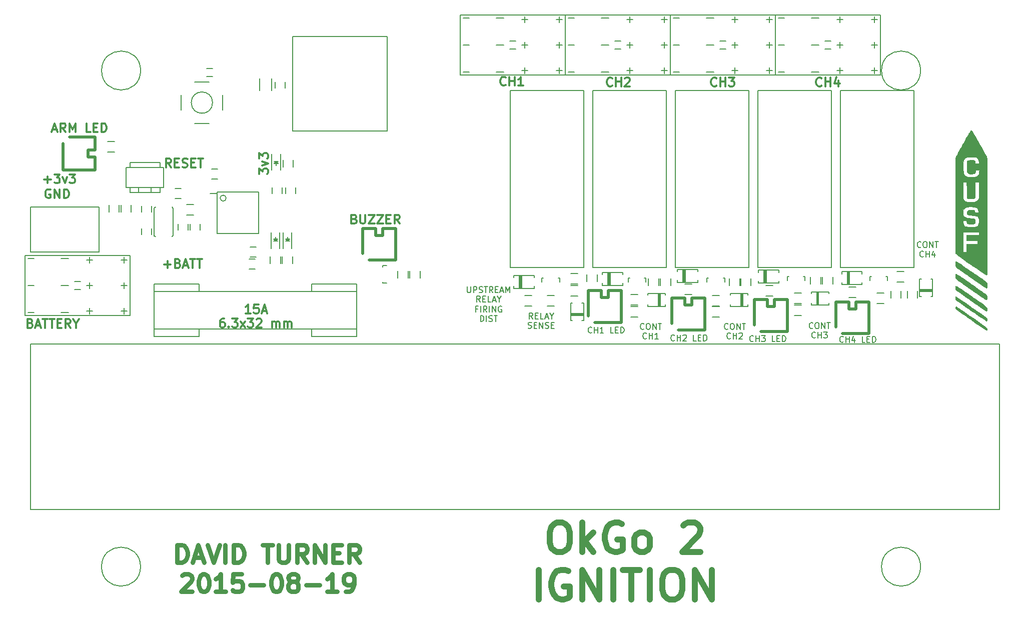
<source format=gto>
G04 #@! TF.FileFunction,Legend,Top*
%FSLAX46Y46*%
G04 Gerber Fmt 4.6, Leading zero omitted, Abs format (unit mm)*
G04 Created by KiCad (PCBNEW 0.201508100901+6080~28~ubuntu14.04.1-product) date Thu 20 Aug 2015 11:34:36 BST*
%MOMM*%
G01*
G04 APERTURE LIST*
%ADD10C,0.100000*%
%ADD11C,1.000000*%
%ADD12C,0.750000*%
%ADD13C,0.300000*%
%ADD14C,0.200000*%
%ADD15C,0.150000*%
%ADD16C,0.400000*%
%ADD17C,0.500000*%
%ADD18C,0.010000*%
G04 APERTURE END LIST*
D10*
D11*
X129676381Y-136263905D02*
X130628762Y-136263905D01*
X131104953Y-136502000D01*
X131581143Y-136978190D01*
X131819238Y-137930571D01*
X131819238Y-139597238D01*
X131581143Y-140549619D01*
X131104953Y-141025810D01*
X130628762Y-141263905D01*
X129676381Y-141263905D01*
X129200191Y-141025810D01*
X128724000Y-140549619D01*
X128485905Y-139597238D01*
X128485905Y-137930571D01*
X128724000Y-136978190D01*
X129200191Y-136502000D01*
X129676381Y-136263905D01*
X133962095Y-141263905D02*
X133962095Y-136263905D01*
X134438286Y-139359143D02*
X135866857Y-141263905D01*
X135866857Y-137930571D02*
X133962095Y-139835333D01*
X140628762Y-136502000D02*
X140152571Y-136263905D01*
X139438286Y-136263905D01*
X138724000Y-136502000D01*
X138247809Y-136978190D01*
X138009714Y-137454381D01*
X137771619Y-138406762D01*
X137771619Y-139121048D01*
X138009714Y-140073429D01*
X138247809Y-140549619D01*
X138724000Y-141025810D01*
X139438286Y-141263905D01*
X139914476Y-141263905D01*
X140628762Y-141025810D01*
X140866857Y-140787714D01*
X140866857Y-139121048D01*
X139914476Y-139121048D01*
X143724000Y-141263905D02*
X143247809Y-141025810D01*
X143009714Y-140787714D01*
X142771619Y-140311524D01*
X142771619Y-138882952D01*
X143009714Y-138406762D01*
X143247809Y-138168667D01*
X143724000Y-137930571D01*
X144438286Y-137930571D01*
X144914476Y-138168667D01*
X145152571Y-138406762D01*
X145390667Y-138882952D01*
X145390667Y-140311524D01*
X145152571Y-140787714D01*
X144914476Y-141025810D01*
X144438286Y-141263905D01*
X143724000Y-141263905D01*
X151104953Y-136740095D02*
X151343048Y-136502000D01*
X151819239Y-136263905D01*
X153009715Y-136263905D01*
X153485905Y-136502000D01*
X153724001Y-136740095D01*
X153962096Y-137216286D01*
X153962096Y-137692476D01*
X153724001Y-138406762D01*
X150866858Y-141263905D01*
X153962096Y-141263905D01*
X126581144Y-149263905D02*
X126581144Y-144263905D01*
X131581144Y-144502000D02*
X131104953Y-144263905D01*
X130390668Y-144263905D01*
X129676382Y-144502000D01*
X129200191Y-144978190D01*
X128962096Y-145454381D01*
X128724001Y-146406762D01*
X128724001Y-147121048D01*
X128962096Y-148073429D01*
X129200191Y-148549619D01*
X129676382Y-149025810D01*
X130390668Y-149263905D01*
X130866858Y-149263905D01*
X131581144Y-149025810D01*
X131819239Y-148787714D01*
X131819239Y-147121048D01*
X130866858Y-147121048D01*
X133962096Y-149263905D02*
X133962096Y-144263905D01*
X136819239Y-149263905D01*
X136819239Y-144263905D01*
X139200191Y-149263905D02*
X139200191Y-144263905D01*
X140866857Y-144263905D02*
X143724000Y-144263905D01*
X142295429Y-149263905D02*
X142295429Y-144263905D01*
X145390667Y-149263905D02*
X145390667Y-144263905D01*
X148724000Y-144263905D02*
X149676381Y-144263905D01*
X150152572Y-144502000D01*
X150628762Y-144978190D01*
X150866857Y-145930571D01*
X150866857Y-147597238D01*
X150628762Y-148549619D01*
X150152572Y-149025810D01*
X149676381Y-149263905D01*
X148724000Y-149263905D01*
X148247810Y-149025810D01*
X147771619Y-148549619D01*
X147533524Y-147597238D01*
X147533524Y-145930571D01*
X147771619Y-144978190D01*
X148247810Y-144502000D01*
X148724000Y-144263905D01*
X153009714Y-149263905D02*
X153009714Y-144263905D01*
X155866857Y-149263905D01*
X155866857Y-144263905D01*
D12*
X65414858Y-143027143D02*
X65414858Y-140027143D01*
X66129143Y-140027143D01*
X66557715Y-140170000D01*
X66843429Y-140455714D01*
X66986286Y-140741429D01*
X67129143Y-141312857D01*
X67129143Y-141741429D01*
X66986286Y-142312857D01*
X66843429Y-142598571D01*
X66557715Y-142884286D01*
X66129143Y-143027143D01*
X65414858Y-143027143D01*
X68272001Y-142170000D02*
X69700572Y-142170000D01*
X67986286Y-143027143D02*
X68986286Y-140027143D01*
X69986286Y-143027143D01*
X70557715Y-140027143D02*
X71557715Y-143027143D01*
X72557715Y-140027143D01*
X73557716Y-143027143D02*
X73557716Y-140027143D01*
X74986287Y-143027143D02*
X74986287Y-140027143D01*
X75700572Y-140027143D01*
X76129144Y-140170000D01*
X76414858Y-140455714D01*
X76557715Y-140741429D01*
X76700572Y-141312857D01*
X76700572Y-141741429D01*
X76557715Y-142312857D01*
X76414858Y-142598571D01*
X76129144Y-142884286D01*
X75700572Y-143027143D01*
X74986287Y-143027143D01*
X79843429Y-140027143D02*
X81557715Y-140027143D01*
X80700572Y-143027143D02*
X80700572Y-140027143D01*
X82557715Y-140027143D02*
X82557715Y-142455714D01*
X82700572Y-142741429D01*
X82843429Y-142884286D01*
X83129143Y-143027143D01*
X83700572Y-143027143D01*
X83986286Y-142884286D01*
X84129143Y-142741429D01*
X84272000Y-142455714D01*
X84272000Y-140027143D01*
X87414857Y-143027143D02*
X86414857Y-141598571D01*
X85700572Y-143027143D02*
X85700572Y-140027143D01*
X86843429Y-140027143D01*
X87129143Y-140170000D01*
X87272000Y-140312857D01*
X87414857Y-140598571D01*
X87414857Y-141027143D01*
X87272000Y-141312857D01*
X87129143Y-141455714D01*
X86843429Y-141598571D01*
X85700572Y-141598571D01*
X88700572Y-143027143D02*
X88700572Y-140027143D01*
X90414857Y-143027143D01*
X90414857Y-140027143D01*
X91843429Y-141455714D02*
X92843429Y-141455714D01*
X93272000Y-143027143D02*
X91843429Y-143027143D01*
X91843429Y-140027143D01*
X93272000Y-140027143D01*
X96272000Y-143027143D02*
X95272000Y-141598571D01*
X94557715Y-143027143D02*
X94557715Y-140027143D01*
X95700572Y-140027143D01*
X95986286Y-140170000D01*
X96129143Y-140312857D01*
X96272000Y-140598571D01*
X96272000Y-141027143D01*
X96129143Y-141312857D01*
X95986286Y-141455714D01*
X95700572Y-141598571D01*
X94557715Y-141598571D01*
X66200571Y-145262857D02*
X66343428Y-145120000D01*
X66629142Y-144977143D01*
X67343428Y-144977143D01*
X67629142Y-145120000D01*
X67771999Y-145262857D01*
X67914856Y-145548571D01*
X67914856Y-145834286D01*
X67771999Y-146262857D01*
X66057713Y-147977143D01*
X67914856Y-147977143D01*
X69771999Y-144977143D02*
X70057714Y-144977143D01*
X70343428Y-145120000D01*
X70486285Y-145262857D01*
X70629142Y-145548571D01*
X70771999Y-146120000D01*
X70771999Y-146834286D01*
X70629142Y-147405714D01*
X70486285Y-147691429D01*
X70343428Y-147834286D01*
X70057714Y-147977143D01*
X69771999Y-147977143D01*
X69486285Y-147834286D01*
X69343428Y-147691429D01*
X69200571Y-147405714D01*
X69057714Y-146834286D01*
X69057714Y-146120000D01*
X69200571Y-145548571D01*
X69343428Y-145262857D01*
X69486285Y-145120000D01*
X69771999Y-144977143D01*
X73629142Y-147977143D02*
X71914857Y-147977143D01*
X72771999Y-147977143D02*
X72771999Y-144977143D01*
X72486285Y-145405714D01*
X72200571Y-145691429D01*
X71914857Y-145834286D01*
X76343428Y-144977143D02*
X74914857Y-144977143D01*
X74772000Y-146405714D01*
X74914857Y-146262857D01*
X75200571Y-146120000D01*
X75914857Y-146120000D01*
X76200571Y-146262857D01*
X76343428Y-146405714D01*
X76486285Y-146691429D01*
X76486285Y-147405714D01*
X76343428Y-147691429D01*
X76200571Y-147834286D01*
X75914857Y-147977143D01*
X75200571Y-147977143D01*
X74914857Y-147834286D01*
X74772000Y-147691429D01*
X77772000Y-146834286D02*
X80057714Y-146834286D01*
X82057714Y-144977143D02*
X82343429Y-144977143D01*
X82629143Y-145120000D01*
X82772000Y-145262857D01*
X82914857Y-145548571D01*
X83057714Y-146120000D01*
X83057714Y-146834286D01*
X82914857Y-147405714D01*
X82772000Y-147691429D01*
X82629143Y-147834286D01*
X82343429Y-147977143D01*
X82057714Y-147977143D01*
X81772000Y-147834286D01*
X81629143Y-147691429D01*
X81486286Y-147405714D01*
X81343429Y-146834286D01*
X81343429Y-146120000D01*
X81486286Y-145548571D01*
X81629143Y-145262857D01*
X81772000Y-145120000D01*
X82057714Y-144977143D01*
X84772000Y-146262857D02*
X84486286Y-146120000D01*
X84343429Y-145977143D01*
X84200572Y-145691429D01*
X84200572Y-145548571D01*
X84343429Y-145262857D01*
X84486286Y-145120000D01*
X84772000Y-144977143D01*
X85343429Y-144977143D01*
X85629143Y-145120000D01*
X85772000Y-145262857D01*
X85914857Y-145548571D01*
X85914857Y-145691429D01*
X85772000Y-145977143D01*
X85629143Y-146120000D01*
X85343429Y-146262857D01*
X84772000Y-146262857D01*
X84486286Y-146405714D01*
X84343429Y-146548571D01*
X84200572Y-146834286D01*
X84200572Y-147405714D01*
X84343429Y-147691429D01*
X84486286Y-147834286D01*
X84772000Y-147977143D01*
X85343429Y-147977143D01*
X85629143Y-147834286D01*
X85772000Y-147691429D01*
X85914857Y-147405714D01*
X85914857Y-146834286D01*
X85772000Y-146548571D01*
X85629143Y-146405714D01*
X85343429Y-146262857D01*
X87200572Y-146834286D02*
X89486286Y-146834286D01*
X92486286Y-147977143D02*
X90772001Y-147977143D01*
X91629143Y-147977143D02*
X91629143Y-144977143D01*
X91343429Y-145405714D01*
X91057715Y-145691429D01*
X90772001Y-145834286D01*
X93914858Y-147977143D02*
X94486286Y-147977143D01*
X94772001Y-147834286D01*
X94914858Y-147691429D01*
X95200572Y-147262857D01*
X95343429Y-146691429D01*
X95343429Y-145548571D01*
X95200572Y-145262857D01*
X95057715Y-145120000D01*
X94772001Y-144977143D01*
X94200572Y-144977143D01*
X93914858Y-145120000D01*
X93772001Y-145262857D01*
X93629144Y-145548571D01*
X93629144Y-146262857D01*
X93772001Y-146548571D01*
X93914858Y-146691429D01*
X94200572Y-146834286D01*
X94772001Y-146834286D01*
X95057715Y-146691429D01*
X95200572Y-146548571D01*
X95343429Y-146262857D01*
D13*
X63186858Y-92563143D02*
X64329715Y-92563143D01*
X63758286Y-93134571D02*
X63758286Y-91991714D01*
X65544001Y-92348857D02*
X65758287Y-92420286D01*
X65829715Y-92491714D01*
X65901144Y-92634571D01*
X65901144Y-92848857D01*
X65829715Y-92991714D01*
X65758287Y-93063143D01*
X65615429Y-93134571D01*
X65044001Y-93134571D01*
X65044001Y-91634571D01*
X65544001Y-91634571D01*
X65686858Y-91706000D01*
X65758287Y-91777429D01*
X65829715Y-91920286D01*
X65829715Y-92063143D01*
X65758287Y-92206000D01*
X65686858Y-92277429D01*
X65544001Y-92348857D01*
X65044001Y-92348857D01*
X66472572Y-92706000D02*
X67186858Y-92706000D01*
X66329715Y-93134571D02*
X66829715Y-91634571D01*
X67329715Y-93134571D01*
X67615429Y-91634571D02*
X68472572Y-91634571D01*
X68044001Y-93134571D02*
X68044001Y-91634571D01*
X68758286Y-91634571D02*
X69615429Y-91634571D01*
X69186858Y-93134571D02*
X69186858Y-91634571D01*
X42894572Y-78212143D02*
X44037429Y-78212143D01*
X43466000Y-78783571D02*
X43466000Y-77640714D01*
X44608858Y-77283571D02*
X45537429Y-77283571D01*
X45037429Y-77855000D01*
X45251715Y-77855000D01*
X45394572Y-77926429D01*
X45466001Y-77997857D01*
X45537429Y-78140714D01*
X45537429Y-78497857D01*
X45466001Y-78640714D01*
X45394572Y-78712143D01*
X45251715Y-78783571D01*
X44823143Y-78783571D01*
X44680286Y-78712143D01*
X44608858Y-78640714D01*
X46037429Y-77783571D02*
X46394572Y-78783571D01*
X46751714Y-77783571D01*
X47180286Y-77283571D02*
X48108857Y-77283571D01*
X47608857Y-77855000D01*
X47823143Y-77855000D01*
X47966000Y-77926429D01*
X48037429Y-77997857D01*
X48108857Y-78140714D01*
X48108857Y-78497857D01*
X48037429Y-78640714D01*
X47966000Y-78712143D01*
X47823143Y-78783571D01*
X47394571Y-78783571D01*
X47251714Y-78712143D01*
X47180286Y-78640714D01*
X43942143Y-79895000D02*
X43799286Y-79823571D01*
X43585000Y-79823571D01*
X43370715Y-79895000D01*
X43227857Y-80037857D01*
X43156429Y-80180714D01*
X43085000Y-80466429D01*
X43085000Y-80680714D01*
X43156429Y-80966429D01*
X43227857Y-81109286D01*
X43370715Y-81252143D01*
X43585000Y-81323571D01*
X43727857Y-81323571D01*
X43942143Y-81252143D01*
X44013572Y-81180714D01*
X44013572Y-80680714D01*
X43727857Y-80680714D01*
X44656429Y-81323571D02*
X44656429Y-79823571D01*
X45513572Y-81323571D01*
X45513572Y-79823571D01*
X46227858Y-81323571D02*
X46227858Y-79823571D01*
X46585001Y-79823571D01*
X46799286Y-79895000D01*
X46942144Y-80037857D01*
X47013572Y-80180714D01*
X47085001Y-80466429D01*
X47085001Y-80680714D01*
X47013572Y-80966429D01*
X46942144Y-81109286D01*
X46799286Y-81252143D01*
X46585001Y-81323571D01*
X46227858Y-81323571D01*
D14*
X191285953Y-89600143D02*
X191238334Y-89647762D01*
X191095477Y-89695381D01*
X191000239Y-89695381D01*
X190857381Y-89647762D01*
X190762143Y-89552524D01*
X190714524Y-89457286D01*
X190666905Y-89266810D01*
X190666905Y-89123952D01*
X190714524Y-88933476D01*
X190762143Y-88838238D01*
X190857381Y-88743000D01*
X191000239Y-88695381D01*
X191095477Y-88695381D01*
X191238334Y-88743000D01*
X191285953Y-88790619D01*
X191905000Y-88695381D02*
X192095477Y-88695381D01*
X192190715Y-88743000D01*
X192285953Y-88838238D01*
X192333572Y-89028714D01*
X192333572Y-89362048D01*
X192285953Y-89552524D01*
X192190715Y-89647762D01*
X192095477Y-89695381D01*
X191905000Y-89695381D01*
X191809762Y-89647762D01*
X191714524Y-89552524D01*
X191666905Y-89362048D01*
X191666905Y-89028714D01*
X191714524Y-88838238D01*
X191809762Y-88743000D01*
X191905000Y-88695381D01*
X192762143Y-89695381D02*
X192762143Y-88695381D01*
X193333572Y-89695381D01*
X193333572Y-88695381D01*
X193666905Y-88695381D02*
X194238334Y-88695381D01*
X193952619Y-89695381D02*
X193952619Y-88695381D01*
X191714524Y-91200143D02*
X191666905Y-91247762D01*
X191524048Y-91295381D01*
X191428810Y-91295381D01*
X191285952Y-91247762D01*
X191190714Y-91152524D01*
X191143095Y-91057286D01*
X191095476Y-90866810D01*
X191095476Y-90723952D01*
X191143095Y-90533476D01*
X191190714Y-90438238D01*
X191285952Y-90343000D01*
X191428810Y-90295381D01*
X191524048Y-90295381D01*
X191666905Y-90343000D01*
X191714524Y-90390619D01*
X192143095Y-91295381D02*
X192143095Y-90295381D01*
X192143095Y-90771571D02*
X192714524Y-90771571D01*
X192714524Y-91295381D02*
X192714524Y-90295381D01*
X193619286Y-90628714D02*
X193619286Y-91295381D01*
X193381190Y-90247762D02*
X193143095Y-90962048D01*
X193762143Y-90962048D01*
X172997953Y-103316143D02*
X172950334Y-103363762D01*
X172807477Y-103411381D01*
X172712239Y-103411381D01*
X172569381Y-103363762D01*
X172474143Y-103268524D01*
X172426524Y-103173286D01*
X172378905Y-102982810D01*
X172378905Y-102839952D01*
X172426524Y-102649476D01*
X172474143Y-102554238D01*
X172569381Y-102459000D01*
X172712239Y-102411381D01*
X172807477Y-102411381D01*
X172950334Y-102459000D01*
X172997953Y-102506619D01*
X173617000Y-102411381D02*
X173807477Y-102411381D01*
X173902715Y-102459000D01*
X173997953Y-102554238D01*
X174045572Y-102744714D01*
X174045572Y-103078048D01*
X173997953Y-103268524D01*
X173902715Y-103363762D01*
X173807477Y-103411381D01*
X173617000Y-103411381D01*
X173521762Y-103363762D01*
X173426524Y-103268524D01*
X173378905Y-103078048D01*
X173378905Y-102744714D01*
X173426524Y-102554238D01*
X173521762Y-102459000D01*
X173617000Y-102411381D01*
X174474143Y-103411381D02*
X174474143Y-102411381D01*
X175045572Y-103411381D01*
X175045572Y-102411381D01*
X175378905Y-102411381D02*
X175950334Y-102411381D01*
X175664619Y-103411381D02*
X175664619Y-102411381D01*
X173426524Y-104916143D02*
X173378905Y-104963762D01*
X173236048Y-105011381D01*
X173140810Y-105011381D01*
X172997952Y-104963762D01*
X172902714Y-104868524D01*
X172855095Y-104773286D01*
X172807476Y-104582810D01*
X172807476Y-104439952D01*
X172855095Y-104249476D01*
X172902714Y-104154238D01*
X172997952Y-104059000D01*
X173140810Y-104011381D01*
X173236048Y-104011381D01*
X173378905Y-104059000D01*
X173426524Y-104106619D01*
X173855095Y-105011381D02*
X173855095Y-104011381D01*
X173855095Y-104487571D02*
X174426524Y-104487571D01*
X174426524Y-105011381D02*
X174426524Y-104011381D01*
X174807476Y-104011381D02*
X175426524Y-104011381D01*
X175093190Y-104392333D01*
X175236048Y-104392333D01*
X175331286Y-104439952D01*
X175378905Y-104487571D01*
X175426524Y-104582810D01*
X175426524Y-104820905D01*
X175378905Y-104916143D01*
X175331286Y-104963762D01*
X175236048Y-105011381D01*
X174950333Y-105011381D01*
X174855095Y-104963762D01*
X174807476Y-104916143D01*
X178165429Y-105640143D02*
X178117810Y-105687762D01*
X177974953Y-105735381D01*
X177879715Y-105735381D01*
X177736857Y-105687762D01*
X177641619Y-105592524D01*
X177594000Y-105497286D01*
X177546381Y-105306810D01*
X177546381Y-105163952D01*
X177594000Y-104973476D01*
X177641619Y-104878238D01*
X177736857Y-104783000D01*
X177879715Y-104735381D01*
X177974953Y-104735381D01*
X178117810Y-104783000D01*
X178165429Y-104830619D01*
X178594000Y-105735381D02*
X178594000Y-104735381D01*
X178594000Y-105211571D02*
X179165429Y-105211571D01*
X179165429Y-105735381D02*
X179165429Y-104735381D01*
X180070191Y-105068714D02*
X180070191Y-105735381D01*
X179832095Y-104687762D02*
X179594000Y-105402048D01*
X180213048Y-105402048D01*
X181832096Y-105735381D02*
X181355905Y-105735381D01*
X181355905Y-104735381D01*
X182165429Y-105211571D02*
X182498763Y-105211571D01*
X182641620Y-105735381D02*
X182165429Y-105735381D01*
X182165429Y-104735381D01*
X182641620Y-104735381D01*
X183070191Y-105735381D02*
X183070191Y-104735381D01*
X183308286Y-104735381D01*
X183451144Y-104783000D01*
X183546382Y-104878238D01*
X183594001Y-104973476D01*
X183641620Y-105163952D01*
X183641620Y-105306810D01*
X183594001Y-105497286D01*
X183546382Y-105592524D01*
X183451144Y-105687762D01*
X183308286Y-105735381D01*
X183070191Y-105735381D01*
X162925429Y-105513143D02*
X162877810Y-105560762D01*
X162734953Y-105608381D01*
X162639715Y-105608381D01*
X162496857Y-105560762D01*
X162401619Y-105465524D01*
X162354000Y-105370286D01*
X162306381Y-105179810D01*
X162306381Y-105036952D01*
X162354000Y-104846476D01*
X162401619Y-104751238D01*
X162496857Y-104656000D01*
X162639715Y-104608381D01*
X162734953Y-104608381D01*
X162877810Y-104656000D01*
X162925429Y-104703619D01*
X163354000Y-105608381D02*
X163354000Y-104608381D01*
X163354000Y-105084571D02*
X163925429Y-105084571D01*
X163925429Y-105608381D02*
X163925429Y-104608381D01*
X164306381Y-104608381D02*
X164925429Y-104608381D01*
X164592095Y-104989333D01*
X164734953Y-104989333D01*
X164830191Y-105036952D01*
X164877810Y-105084571D01*
X164925429Y-105179810D01*
X164925429Y-105417905D01*
X164877810Y-105513143D01*
X164830191Y-105560762D01*
X164734953Y-105608381D01*
X164449238Y-105608381D01*
X164354000Y-105560762D01*
X164306381Y-105513143D01*
X166592096Y-105608381D02*
X166115905Y-105608381D01*
X166115905Y-104608381D01*
X166925429Y-105084571D02*
X167258763Y-105084571D01*
X167401620Y-105608381D02*
X166925429Y-105608381D01*
X166925429Y-104608381D01*
X167401620Y-104608381D01*
X167830191Y-105608381D02*
X167830191Y-104608381D01*
X168068286Y-104608381D01*
X168211144Y-104656000D01*
X168306382Y-104751238D01*
X168354001Y-104846476D01*
X168401620Y-105036952D01*
X168401620Y-105179810D01*
X168354001Y-105370286D01*
X168306382Y-105465524D01*
X168211144Y-105560762D01*
X168068286Y-105608381D01*
X167830191Y-105608381D01*
X158646953Y-103443143D02*
X158599334Y-103490762D01*
X158456477Y-103538381D01*
X158361239Y-103538381D01*
X158218381Y-103490762D01*
X158123143Y-103395524D01*
X158075524Y-103300286D01*
X158027905Y-103109810D01*
X158027905Y-102966952D01*
X158075524Y-102776476D01*
X158123143Y-102681238D01*
X158218381Y-102586000D01*
X158361239Y-102538381D01*
X158456477Y-102538381D01*
X158599334Y-102586000D01*
X158646953Y-102633619D01*
X159266000Y-102538381D02*
X159456477Y-102538381D01*
X159551715Y-102586000D01*
X159646953Y-102681238D01*
X159694572Y-102871714D01*
X159694572Y-103205048D01*
X159646953Y-103395524D01*
X159551715Y-103490762D01*
X159456477Y-103538381D01*
X159266000Y-103538381D01*
X159170762Y-103490762D01*
X159075524Y-103395524D01*
X159027905Y-103205048D01*
X159027905Y-102871714D01*
X159075524Y-102681238D01*
X159170762Y-102586000D01*
X159266000Y-102538381D01*
X160123143Y-103538381D02*
X160123143Y-102538381D01*
X160694572Y-103538381D01*
X160694572Y-102538381D01*
X161027905Y-102538381D02*
X161599334Y-102538381D01*
X161313619Y-103538381D02*
X161313619Y-102538381D01*
X159075524Y-105043143D02*
X159027905Y-105090762D01*
X158885048Y-105138381D01*
X158789810Y-105138381D01*
X158646952Y-105090762D01*
X158551714Y-104995524D01*
X158504095Y-104900286D01*
X158456476Y-104709810D01*
X158456476Y-104566952D01*
X158504095Y-104376476D01*
X158551714Y-104281238D01*
X158646952Y-104186000D01*
X158789810Y-104138381D01*
X158885048Y-104138381D01*
X159027905Y-104186000D01*
X159075524Y-104233619D01*
X159504095Y-105138381D02*
X159504095Y-104138381D01*
X159504095Y-104614571D02*
X160075524Y-104614571D01*
X160075524Y-105138381D02*
X160075524Y-104138381D01*
X160504095Y-104233619D02*
X160551714Y-104186000D01*
X160646952Y-104138381D01*
X160885048Y-104138381D01*
X160980286Y-104186000D01*
X161027905Y-104233619D01*
X161075524Y-104328857D01*
X161075524Y-104424095D01*
X161027905Y-104566952D01*
X160456476Y-105138381D01*
X161075524Y-105138381D01*
X149590429Y-105386143D02*
X149542810Y-105433762D01*
X149399953Y-105481381D01*
X149304715Y-105481381D01*
X149161857Y-105433762D01*
X149066619Y-105338524D01*
X149019000Y-105243286D01*
X148971381Y-105052810D01*
X148971381Y-104909952D01*
X149019000Y-104719476D01*
X149066619Y-104624238D01*
X149161857Y-104529000D01*
X149304715Y-104481381D01*
X149399953Y-104481381D01*
X149542810Y-104529000D01*
X149590429Y-104576619D01*
X150019000Y-105481381D02*
X150019000Y-104481381D01*
X150019000Y-104957571D02*
X150590429Y-104957571D01*
X150590429Y-105481381D02*
X150590429Y-104481381D01*
X151019000Y-104576619D02*
X151066619Y-104529000D01*
X151161857Y-104481381D01*
X151399953Y-104481381D01*
X151495191Y-104529000D01*
X151542810Y-104576619D01*
X151590429Y-104671857D01*
X151590429Y-104767095D01*
X151542810Y-104909952D01*
X150971381Y-105481381D01*
X151590429Y-105481381D01*
X153257096Y-105481381D02*
X152780905Y-105481381D01*
X152780905Y-104481381D01*
X153590429Y-104957571D02*
X153923763Y-104957571D01*
X154066620Y-105481381D02*
X153590429Y-105481381D01*
X153590429Y-104481381D01*
X154066620Y-104481381D01*
X154495191Y-105481381D02*
X154495191Y-104481381D01*
X154733286Y-104481381D01*
X154876144Y-104529000D01*
X154971382Y-104624238D01*
X155019001Y-104719476D01*
X155066620Y-104909952D01*
X155066620Y-105052810D01*
X155019001Y-105243286D01*
X154971382Y-105338524D01*
X154876144Y-105433762D01*
X154733286Y-105481381D01*
X154495191Y-105481381D01*
X144422953Y-103443143D02*
X144375334Y-103490762D01*
X144232477Y-103538381D01*
X144137239Y-103538381D01*
X143994381Y-103490762D01*
X143899143Y-103395524D01*
X143851524Y-103300286D01*
X143803905Y-103109810D01*
X143803905Y-102966952D01*
X143851524Y-102776476D01*
X143899143Y-102681238D01*
X143994381Y-102586000D01*
X144137239Y-102538381D01*
X144232477Y-102538381D01*
X144375334Y-102586000D01*
X144422953Y-102633619D01*
X145042000Y-102538381D02*
X145232477Y-102538381D01*
X145327715Y-102586000D01*
X145422953Y-102681238D01*
X145470572Y-102871714D01*
X145470572Y-103205048D01*
X145422953Y-103395524D01*
X145327715Y-103490762D01*
X145232477Y-103538381D01*
X145042000Y-103538381D01*
X144946762Y-103490762D01*
X144851524Y-103395524D01*
X144803905Y-103205048D01*
X144803905Y-102871714D01*
X144851524Y-102681238D01*
X144946762Y-102586000D01*
X145042000Y-102538381D01*
X145899143Y-103538381D02*
X145899143Y-102538381D01*
X146470572Y-103538381D01*
X146470572Y-102538381D01*
X146803905Y-102538381D02*
X147375334Y-102538381D01*
X147089619Y-103538381D02*
X147089619Y-102538381D01*
X144851524Y-105043143D02*
X144803905Y-105090762D01*
X144661048Y-105138381D01*
X144565810Y-105138381D01*
X144422952Y-105090762D01*
X144327714Y-104995524D01*
X144280095Y-104900286D01*
X144232476Y-104709810D01*
X144232476Y-104566952D01*
X144280095Y-104376476D01*
X144327714Y-104281238D01*
X144422952Y-104186000D01*
X144565810Y-104138381D01*
X144661048Y-104138381D01*
X144803905Y-104186000D01*
X144851524Y-104233619D01*
X145280095Y-105138381D02*
X145280095Y-104138381D01*
X145280095Y-104614571D02*
X145851524Y-104614571D01*
X145851524Y-105138381D02*
X145851524Y-104138381D01*
X146851524Y-105138381D02*
X146280095Y-105138381D01*
X146565809Y-105138381D02*
X146565809Y-104138381D01*
X146470571Y-104281238D01*
X146375333Y-104376476D01*
X146280095Y-104424095D01*
X135571429Y-104057143D02*
X135523810Y-104104762D01*
X135380953Y-104152381D01*
X135285715Y-104152381D01*
X135142857Y-104104762D01*
X135047619Y-104009524D01*
X135000000Y-103914286D01*
X134952381Y-103723810D01*
X134952381Y-103580952D01*
X135000000Y-103390476D01*
X135047619Y-103295238D01*
X135142857Y-103200000D01*
X135285715Y-103152381D01*
X135380953Y-103152381D01*
X135523810Y-103200000D01*
X135571429Y-103247619D01*
X136000000Y-104152381D02*
X136000000Y-103152381D01*
X136000000Y-103628571D02*
X136571429Y-103628571D01*
X136571429Y-104152381D02*
X136571429Y-103152381D01*
X137571429Y-104152381D02*
X137000000Y-104152381D01*
X137285714Y-104152381D02*
X137285714Y-103152381D01*
X137190476Y-103295238D01*
X137095238Y-103390476D01*
X137000000Y-103438095D01*
X139238096Y-104152381D02*
X138761905Y-104152381D01*
X138761905Y-103152381D01*
X139571429Y-103628571D02*
X139904763Y-103628571D01*
X140047620Y-104152381D02*
X139571429Y-104152381D01*
X139571429Y-103152381D01*
X140047620Y-103152381D01*
X140476191Y-104152381D02*
X140476191Y-103152381D01*
X140714286Y-103152381D01*
X140857144Y-103200000D01*
X140952382Y-103295238D01*
X141000001Y-103390476D01*
X141047620Y-103580952D01*
X141047620Y-103723810D01*
X141000001Y-103914286D01*
X140952382Y-104009524D01*
X140857144Y-104104762D01*
X140714286Y-104152381D01*
X140476191Y-104152381D01*
X125595238Y-101760381D02*
X125261904Y-101284190D01*
X125023809Y-101760381D02*
X125023809Y-100760381D01*
X125404762Y-100760381D01*
X125500000Y-100808000D01*
X125547619Y-100855619D01*
X125595238Y-100950857D01*
X125595238Y-101093714D01*
X125547619Y-101188952D01*
X125500000Y-101236571D01*
X125404762Y-101284190D01*
X125023809Y-101284190D01*
X126023809Y-101236571D02*
X126357143Y-101236571D01*
X126500000Y-101760381D02*
X126023809Y-101760381D01*
X126023809Y-100760381D01*
X126500000Y-100760381D01*
X127404762Y-101760381D02*
X126928571Y-101760381D01*
X126928571Y-100760381D01*
X127690476Y-101474667D02*
X128166667Y-101474667D01*
X127595238Y-101760381D02*
X127928571Y-100760381D01*
X128261905Y-101760381D01*
X128785714Y-101284190D02*
X128785714Y-101760381D01*
X128452381Y-100760381D02*
X128785714Y-101284190D01*
X129119048Y-100760381D01*
X124809524Y-103312762D02*
X124952381Y-103360381D01*
X125190477Y-103360381D01*
X125285715Y-103312762D01*
X125333334Y-103265143D01*
X125380953Y-103169905D01*
X125380953Y-103074667D01*
X125333334Y-102979429D01*
X125285715Y-102931810D01*
X125190477Y-102884190D01*
X125000000Y-102836571D01*
X124904762Y-102788952D01*
X124857143Y-102741333D01*
X124809524Y-102646095D01*
X124809524Y-102550857D01*
X124857143Y-102455619D01*
X124904762Y-102408000D01*
X125000000Y-102360381D01*
X125238096Y-102360381D01*
X125380953Y-102408000D01*
X125809524Y-102836571D02*
X126142858Y-102836571D01*
X126285715Y-103360381D02*
X125809524Y-103360381D01*
X125809524Y-102360381D01*
X126285715Y-102360381D01*
X126714286Y-103360381D02*
X126714286Y-102360381D01*
X127285715Y-103360381D01*
X127285715Y-102360381D01*
X127714286Y-103312762D02*
X127857143Y-103360381D01*
X128095239Y-103360381D01*
X128190477Y-103312762D01*
X128238096Y-103265143D01*
X128285715Y-103169905D01*
X128285715Y-103074667D01*
X128238096Y-102979429D01*
X128190477Y-102931810D01*
X128095239Y-102884190D01*
X127904762Y-102836571D01*
X127809524Y-102788952D01*
X127761905Y-102741333D01*
X127714286Y-102646095D01*
X127714286Y-102550857D01*
X127761905Y-102455619D01*
X127809524Y-102408000D01*
X127904762Y-102360381D01*
X128142858Y-102360381D01*
X128285715Y-102408000D01*
X128714286Y-102836571D02*
X129047620Y-102836571D01*
X129190477Y-103360381D02*
X128714286Y-103360381D01*
X128714286Y-102360381D01*
X129190477Y-102360381D01*
X116252858Y-100093571D02*
X115919524Y-100093571D01*
X115919524Y-100617381D02*
X115919524Y-99617381D01*
X116395715Y-99617381D01*
X116776667Y-100617381D02*
X116776667Y-99617381D01*
X117824286Y-100617381D02*
X117490952Y-100141190D01*
X117252857Y-100617381D02*
X117252857Y-99617381D01*
X117633810Y-99617381D01*
X117729048Y-99665000D01*
X117776667Y-99712619D01*
X117824286Y-99807857D01*
X117824286Y-99950714D01*
X117776667Y-100045952D01*
X117729048Y-100093571D01*
X117633810Y-100141190D01*
X117252857Y-100141190D01*
X118252857Y-100617381D02*
X118252857Y-99617381D01*
X118729047Y-100617381D02*
X118729047Y-99617381D01*
X119300476Y-100617381D01*
X119300476Y-99617381D01*
X120300476Y-99665000D02*
X120205238Y-99617381D01*
X120062381Y-99617381D01*
X119919523Y-99665000D01*
X119824285Y-99760238D01*
X119776666Y-99855476D01*
X119729047Y-100045952D01*
X119729047Y-100188810D01*
X119776666Y-100379286D01*
X119824285Y-100474524D01*
X119919523Y-100569762D01*
X120062381Y-100617381D01*
X120157619Y-100617381D01*
X120300476Y-100569762D01*
X120348095Y-100522143D01*
X120348095Y-100188810D01*
X120157619Y-100188810D01*
X116752857Y-102217381D02*
X116752857Y-101217381D01*
X116990952Y-101217381D01*
X117133810Y-101265000D01*
X117229048Y-101360238D01*
X117276667Y-101455476D01*
X117324286Y-101645952D01*
X117324286Y-101788810D01*
X117276667Y-101979286D01*
X117229048Y-102074524D01*
X117133810Y-102169762D01*
X116990952Y-102217381D01*
X116752857Y-102217381D01*
X117752857Y-102217381D02*
X117752857Y-101217381D01*
X118181428Y-102169762D02*
X118324285Y-102217381D01*
X118562381Y-102217381D01*
X118657619Y-102169762D01*
X118705238Y-102122143D01*
X118752857Y-102026905D01*
X118752857Y-101931667D01*
X118705238Y-101836429D01*
X118657619Y-101788810D01*
X118562381Y-101741190D01*
X118371904Y-101693571D01*
X118276666Y-101645952D01*
X118229047Y-101598333D01*
X118181428Y-101503095D01*
X118181428Y-101407857D01*
X118229047Y-101312619D01*
X118276666Y-101265000D01*
X118371904Y-101217381D01*
X118610000Y-101217381D01*
X118752857Y-101265000D01*
X119038571Y-101217381D02*
X119610000Y-101217381D01*
X119324285Y-102217381D02*
X119324285Y-101217381D01*
X114514762Y-96315381D02*
X114514762Y-97124905D01*
X114562381Y-97220143D01*
X114610000Y-97267762D01*
X114705238Y-97315381D01*
X114895715Y-97315381D01*
X114990953Y-97267762D01*
X115038572Y-97220143D01*
X115086191Y-97124905D01*
X115086191Y-96315381D01*
X115562381Y-97315381D02*
X115562381Y-96315381D01*
X115943334Y-96315381D01*
X116038572Y-96363000D01*
X116086191Y-96410619D01*
X116133810Y-96505857D01*
X116133810Y-96648714D01*
X116086191Y-96743952D01*
X116038572Y-96791571D01*
X115943334Y-96839190D01*
X115562381Y-96839190D01*
X116514762Y-97267762D02*
X116657619Y-97315381D01*
X116895715Y-97315381D01*
X116990953Y-97267762D01*
X117038572Y-97220143D01*
X117086191Y-97124905D01*
X117086191Y-97029667D01*
X117038572Y-96934429D01*
X116990953Y-96886810D01*
X116895715Y-96839190D01*
X116705238Y-96791571D01*
X116610000Y-96743952D01*
X116562381Y-96696333D01*
X116514762Y-96601095D01*
X116514762Y-96505857D01*
X116562381Y-96410619D01*
X116610000Y-96363000D01*
X116705238Y-96315381D01*
X116943334Y-96315381D01*
X117086191Y-96363000D01*
X117371905Y-96315381D02*
X117943334Y-96315381D01*
X117657619Y-97315381D02*
X117657619Y-96315381D01*
X118848096Y-97315381D02*
X118514762Y-96839190D01*
X118276667Y-97315381D02*
X118276667Y-96315381D01*
X118657620Y-96315381D01*
X118752858Y-96363000D01*
X118800477Y-96410619D01*
X118848096Y-96505857D01*
X118848096Y-96648714D01*
X118800477Y-96743952D01*
X118752858Y-96791571D01*
X118657620Y-96839190D01*
X118276667Y-96839190D01*
X119276667Y-96791571D02*
X119610001Y-96791571D01*
X119752858Y-97315381D02*
X119276667Y-97315381D01*
X119276667Y-96315381D01*
X119752858Y-96315381D01*
X120133810Y-97029667D02*
X120610001Y-97029667D01*
X120038572Y-97315381D02*
X120371905Y-96315381D01*
X120705239Y-97315381D01*
X121038572Y-97315381D02*
X121038572Y-96315381D01*
X121371906Y-97029667D01*
X121705239Y-96315381D01*
X121705239Y-97315381D01*
X116705238Y-98915381D02*
X116371904Y-98439190D01*
X116133809Y-98915381D02*
X116133809Y-97915381D01*
X116514762Y-97915381D01*
X116610000Y-97963000D01*
X116657619Y-98010619D01*
X116705238Y-98105857D01*
X116705238Y-98248714D01*
X116657619Y-98343952D01*
X116610000Y-98391571D01*
X116514762Y-98439190D01*
X116133809Y-98439190D01*
X117133809Y-98391571D02*
X117467143Y-98391571D01*
X117610000Y-98915381D02*
X117133809Y-98915381D01*
X117133809Y-97915381D01*
X117610000Y-97915381D01*
X118514762Y-98915381D02*
X118038571Y-98915381D01*
X118038571Y-97915381D01*
X118800476Y-98629667D02*
X119276667Y-98629667D01*
X118705238Y-98915381D02*
X119038571Y-97915381D01*
X119371905Y-98915381D01*
X119895714Y-98439190D02*
X119895714Y-98915381D01*
X119562381Y-97915381D02*
X119895714Y-98439190D01*
X120229048Y-97915381D01*
D13*
X174478286Y-62257714D02*
X174406857Y-62329143D01*
X174192571Y-62400571D01*
X174049714Y-62400571D01*
X173835429Y-62329143D01*
X173692571Y-62186286D01*
X173621143Y-62043429D01*
X173549714Y-61757714D01*
X173549714Y-61543429D01*
X173621143Y-61257714D01*
X173692571Y-61114857D01*
X173835429Y-60972000D01*
X174049714Y-60900571D01*
X174192571Y-60900571D01*
X174406857Y-60972000D01*
X174478286Y-61043429D01*
X175121143Y-62400571D02*
X175121143Y-60900571D01*
X175121143Y-61614857D02*
X175978286Y-61614857D01*
X175978286Y-62400571D02*
X175978286Y-60900571D01*
X177335429Y-61400571D02*
X177335429Y-62400571D01*
X176978286Y-60829143D02*
X176621143Y-61900571D01*
X177549715Y-61900571D01*
X156698286Y-62257714D02*
X156626857Y-62329143D01*
X156412571Y-62400571D01*
X156269714Y-62400571D01*
X156055429Y-62329143D01*
X155912571Y-62186286D01*
X155841143Y-62043429D01*
X155769714Y-61757714D01*
X155769714Y-61543429D01*
X155841143Y-61257714D01*
X155912571Y-61114857D01*
X156055429Y-60972000D01*
X156269714Y-60900571D01*
X156412571Y-60900571D01*
X156626857Y-60972000D01*
X156698286Y-61043429D01*
X157341143Y-62400571D02*
X157341143Y-60900571D01*
X157341143Y-61614857D02*
X158198286Y-61614857D01*
X158198286Y-62400571D02*
X158198286Y-60900571D01*
X158769715Y-60900571D02*
X159698286Y-60900571D01*
X159198286Y-61472000D01*
X159412572Y-61472000D01*
X159555429Y-61543429D01*
X159626858Y-61614857D01*
X159698286Y-61757714D01*
X159698286Y-62114857D01*
X159626858Y-62257714D01*
X159555429Y-62329143D01*
X159412572Y-62400571D01*
X158984000Y-62400571D01*
X158841143Y-62329143D01*
X158769715Y-62257714D01*
X139045286Y-62257714D02*
X138973857Y-62329143D01*
X138759571Y-62400571D01*
X138616714Y-62400571D01*
X138402429Y-62329143D01*
X138259571Y-62186286D01*
X138188143Y-62043429D01*
X138116714Y-61757714D01*
X138116714Y-61543429D01*
X138188143Y-61257714D01*
X138259571Y-61114857D01*
X138402429Y-60972000D01*
X138616714Y-60900571D01*
X138759571Y-60900571D01*
X138973857Y-60972000D01*
X139045286Y-61043429D01*
X139688143Y-62400571D02*
X139688143Y-60900571D01*
X139688143Y-61614857D02*
X140545286Y-61614857D01*
X140545286Y-62400571D02*
X140545286Y-60900571D01*
X141188143Y-61043429D02*
X141259572Y-60972000D01*
X141402429Y-60900571D01*
X141759572Y-60900571D01*
X141902429Y-60972000D01*
X141973858Y-61043429D01*
X142045286Y-61186286D01*
X142045286Y-61329143D01*
X141973858Y-61543429D01*
X141116715Y-62400571D01*
X142045286Y-62400571D01*
X121011286Y-62130714D02*
X120939857Y-62202143D01*
X120725571Y-62273571D01*
X120582714Y-62273571D01*
X120368429Y-62202143D01*
X120225571Y-62059286D01*
X120154143Y-61916429D01*
X120082714Y-61630714D01*
X120082714Y-61416429D01*
X120154143Y-61130714D01*
X120225571Y-60987857D01*
X120368429Y-60845000D01*
X120582714Y-60773571D01*
X120725571Y-60773571D01*
X120939857Y-60845000D01*
X121011286Y-60916429D01*
X121654143Y-62273571D02*
X121654143Y-60773571D01*
X121654143Y-61487857D02*
X122511286Y-61487857D01*
X122511286Y-62273571D02*
X122511286Y-60773571D01*
X124011286Y-62273571D02*
X123154143Y-62273571D01*
X123582715Y-62273571D02*
X123582715Y-60773571D01*
X123439858Y-60987857D01*
X123297000Y-61130714D01*
X123154143Y-61202143D01*
X95397286Y-84855857D02*
X95611572Y-84927286D01*
X95683000Y-84998714D01*
X95754429Y-85141571D01*
X95754429Y-85355857D01*
X95683000Y-85498714D01*
X95611572Y-85570143D01*
X95468714Y-85641571D01*
X94897286Y-85641571D01*
X94897286Y-84141571D01*
X95397286Y-84141571D01*
X95540143Y-84213000D01*
X95611572Y-84284429D01*
X95683000Y-84427286D01*
X95683000Y-84570143D01*
X95611572Y-84713000D01*
X95540143Y-84784429D01*
X95397286Y-84855857D01*
X94897286Y-84855857D01*
X96397286Y-84141571D02*
X96397286Y-85355857D01*
X96468714Y-85498714D01*
X96540143Y-85570143D01*
X96683000Y-85641571D01*
X96968714Y-85641571D01*
X97111572Y-85570143D01*
X97183000Y-85498714D01*
X97254429Y-85355857D01*
X97254429Y-84141571D01*
X97825858Y-84141571D02*
X98825858Y-84141571D01*
X97825858Y-85641571D01*
X98825858Y-85641571D01*
X99254429Y-84141571D02*
X100254429Y-84141571D01*
X99254429Y-85641571D01*
X100254429Y-85641571D01*
X100825857Y-84855857D02*
X101325857Y-84855857D01*
X101540143Y-85641571D02*
X100825857Y-85641571D01*
X100825857Y-84141571D01*
X101540143Y-84141571D01*
X103040143Y-85641571D02*
X102540143Y-84927286D01*
X102183000Y-85641571D02*
X102183000Y-84141571D01*
X102754428Y-84141571D01*
X102897286Y-84213000D01*
X102968714Y-84284429D01*
X103040143Y-84427286D01*
X103040143Y-84641571D01*
X102968714Y-84784429D01*
X102897286Y-84855857D01*
X102754428Y-84927286D01*
X102183000Y-84927286D01*
X77811429Y-100824571D02*
X76954286Y-100824571D01*
X77382858Y-100824571D02*
X77382858Y-99324571D01*
X77240001Y-99538857D01*
X77097143Y-99681714D01*
X76954286Y-99753143D01*
X79168572Y-99324571D02*
X78454286Y-99324571D01*
X78382857Y-100038857D01*
X78454286Y-99967429D01*
X78597143Y-99896000D01*
X78954286Y-99896000D01*
X79097143Y-99967429D01*
X79168572Y-100038857D01*
X79240000Y-100181714D01*
X79240000Y-100538857D01*
X79168572Y-100681714D01*
X79097143Y-100753143D01*
X78954286Y-100824571D01*
X78597143Y-100824571D01*
X78454286Y-100753143D01*
X78382857Y-100681714D01*
X79811428Y-100396000D02*
X80525714Y-100396000D01*
X79668571Y-100824571D02*
X80168571Y-99324571D01*
X80668571Y-100824571D01*
X73347144Y-101724571D02*
X73061430Y-101724571D01*
X72918573Y-101796000D01*
X72847144Y-101867429D01*
X72704287Y-102081714D01*
X72632858Y-102367429D01*
X72632858Y-102938857D01*
X72704287Y-103081714D01*
X72775715Y-103153143D01*
X72918573Y-103224571D01*
X73204287Y-103224571D01*
X73347144Y-103153143D01*
X73418573Y-103081714D01*
X73490001Y-102938857D01*
X73490001Y-102581714D01*
X73418573Y-102438857D01*
X73347144Y-102367429D01*
X73204287Y-102296000D01*
X72918573Y-102296000D01*
X72775715Y-102367429D01*
X72704287Y-102438857D01*
X72632858Y-102581714D01*
X74132858Y-103081714D02*
X74204286Y-103153143D01*
X74132858Y-103224571D01*
X74061429Y-103153143D01*
X74132858Y-103081714D01*
X74132858Y-103224571D01*
X74704287Y-101724571D02*
X75632858Y-101724571D01*
X75132858Y-102296000D01*
X75347144Y-102296000D01*
X75490001Y-102367429D01*
X75561430Y-102438857D01*
X75632858Y-102581714D01*
X75632858Y-102938857D01*
X75561430Y-103081714D01*
X75490001Y-103153143D01*
X75347144Y-103224571D01*
X74918572Y-103224571D01*
X74775715Y-103153143D01*
X74704287Y-103081714D01*
X76132858Y-103224571D02*
X76918572Y-102224571D01*
X76132858Y-102224571D02*
X76918572Y-103224571D01*
X77347144Y-101724571D02*
X78275715Y-101724571D01*
X77775715Y-102296000D01*
X77990001Y-102296000D01*
X78132858Y-102367429D01*
X78204287Y-102438857D01*
X78275715Y-102581714D01*
X78275715Y-102938857D01*
X78204287Y-103081714D01*
X78132858Y-103153143D01*
X77990001Y-103224571D01*
X77561429Y-103224571D01*
X77418572Y-103153143D01*
X77347144Y-103081714D01*
X78847143Y-101867429D02*
X78918572Y-101796000D01*
X79061429Y-101724571D01*
X79418572Y-101724571D01*
X79561429Y-101796000D01*
X79632858Y-101867429D01*
X79704286Y-102010286D01*
X79704286Y-102153143D01*
X79632858Y-102367429D01*
X78775715Y-103224571D01*
X79704286Y-103224571D01*
X81490000Y-103224571D02*
X81490000Y-102224571D01*
X81490000Y-102367429D02*
X81561428Y-102296000D01*
X81704286Y-102224571D01*
X81918571Y-102224571D01*
X82061428Y-102296000D01*
X82132857Y-102438857D01*
X82132857Y-103224571D01*
X82132857Y-102438857D02*
X82204286Y-102296000D01*
X82347143Y-102224571D01*
X82561428Y-102224571D01*
X82704286Y-102296000D01*
X82775714Y-102438857D01*
X82775714Y-103224571D01*
X83490000Y-103224571D02*
X83490000Y-102224571D01*
X83490000Y-102367429D02*
X83561428Y-102296000D01*
X83704286Y-102224571D01*
X83918571Y-102224571D01*
X84061428Y-102296000D01*
X84132857Y-102438857D01*
X84132857Y-103224571D01*
X84132857Y-102438857D02*
X84204286Y-102296000D01*
X84347143Y-102224571D01*
X84561428Y-102224571D01*
X84704286Y-102296000D01*
X84775714Y-102438857D01*
X84775714Y-103224571D01*
X79315571Y-77223713D02*
X79315571Y-76295142D01*
X79887000Y-76795142D01*
X79887000Y-76580856D01*
X79958429Y-76437999D01*
X80029857Y-76366570D01*
X80172714Y-76295142D01*
X80529857Y-76295142D01*
X80672714Y-76366570D01*
X80744143Y-76437999D01*
X80815571Y-76580856D01*
X80815571Y-77009428D01*
X80744143Y-77152285D01*
X80672714Y-77223713D01*
X79815571Y-75795142D02*
X80815571Y-75437999D01*
X79815571Y-75080857D01*
X79315571Y-74652285D02*
X79315571Y-73723714D01*
X79887000Y-74223714D01*
X79887000Y-74009428D01*
X79958429Y-73866571D01*
X80029857Y-73795142D01*
X80172714Y-73723714D01*
X80529857Y-73723714D01*
X80672714Y-73795142D01*
X80744143Y-73866571D01*
X80815571Y-74009428D01*
X80815571Y-74438000D01*
X80744143Y-74580857D01*
X80672714Y-74652285D01*
X64369429Y-76116571D02*
X63869429Y-75402286D01*
X63512286Y-76116571D02*
X63512286Y-74616571D01*
X64083714Y-74616571D01*
X64226572Y-74688000D01*
X64298000Y-74759429D01*
X64369429Y-74902286D01*
X64369429Y-75116571D01*
X64298000Y-75259429D01*
X64226572Y-75330857D01*
X64083714Y-75402286D01*
X63512286Y-75402286D01*
X65012286Y-75330857D02*
X65512286Y-75330857D01*
X65726572Y-76116571D02*
X65012286Y-76116571D01*
X65012286Y-74616571D01*
X65726572Y-74616571D01*
X66298000Y-76045143D02*
X66512286Y-76116571D01*
X66869429Y-76116571D01*
X67012286Y-76045143D01*
X67083715Y-75973714D01*
X67155143Y-75830857D01*
X67155143Y-75688000D01*
X67083715Y-75545143D01*
X67012286Y-75473714D01*
X66869429Y-75402286D01*
X66583715Y-75330857D01*
X66440857Y-75259429D01*
X66369429Y-75188000D01*
X66298000Y-75045143D01*
X66298000Y-74902286D01*
X66369429Y-74759429D01*
X66440857Y-74688000D01*
X66583715Y-74616571D01*
X66940857Y-74616571D01*
X67155143Y-74688000D01*
X67798000Y-75330857D02*
X68298000Y-75330857D01*
X68512286Y-76116571D02*
X67798000Y-76116571D01*
X67798000Y-74616571D01*
X68512286Y-74616571D01*
X68940857Y-74616571D02*
X69798000Y-74616571D01*
X69369429Y-76116571D02*
X69369429Y-74616571D01*
X40573001Y-102508857D02*
X40787287Y-102580286D01*
X40858715Y-102651714D01*
X40930144Y-102794571D01*
X40930144Y-103008857D01*
X40858715Y-103151714D01*
X40787287Y-103223143D01*
X40644429Y-103294571D01*
X40073001Y-103294571D01*
X40073001Y-101794571D01*
X40573001Y-101794571D01*
X40715858Y-101866000D01*
X40787287Y-101937429D01*
X40858715Y-102080286D01*
X40858715Y-102223143D01*
X40787287Y-102366000D01*
X40715858Y-102437429D01*
X40573001Y-102508857D01*
X40073001Y-102508857D01*
X41501572Y-102866000D02*
X42215858Y-102866000D01*
X41358715Y-103294571D02*
X41858715Y-101794571D01*
X42358715Y-103294571D01*
X42644429Y-101794571D02*
X43501572Y-101794571D01*
X43073001Y-103294571D02*
X43073001Y-101794571D01*
X43787286Y-101794571D02*
X44644429Y-101794571D01*
X44215858Y-103294571D02*
X44215858Y-101794571D01*
X45144429Y-102508857D02*
X45644429Y-102508857D01*
X45858715Y-103294571D02*
X45144429Y-103294571D01*
X45144429Y-101794571D01*
X45858715Y-101794571D01*
X47358715Y-103294571D02*
X46858715Y-102580286D01*
X46501572Y-103294571D02*
X46501572Y-101794571D01*
X47073000Y-101794571D01*
X47215858Y-101866000D01*
X47287286Y-101937429D01*
X47358715Y-102080286D01*
X47358715Y-102294571D01*
X47287286Y-102437429D01*
X47215858Y-102508857D01*
X47073000Y-102580286D01*
X46501572Y-102580286D01*
X48287286Y-102580286D02*
X48287286Y-103294571D01*
X47787286Y-101794571D02*
X48287286Y-102580286D01*
X48787286Y-101794571D01*
X44323571Y-69719000D02*
X45037857Y-69719000D01*
X44180714Y-70147571D02*
X44680714Y-68647571D01*
X45180714Y-70147571D01*
X46537857Y-70147571D02*
X46037857Y-69433286D01*
X45680714Y-70147571D02*
X45680714Y-68647571D01*
X46252142Y-68647571D01*
X46395000Y-68719000D01*
X46466428Y-68790429D01*
X46537857Y-68933286D01*
X46537857Y-69147571D01*
X46466428Y-69290429D01*
X46395000Y-69361857D01*
X46252142Y-69433286D01*
X45680714Y-69433286D01*
X47180714Y-70147571D02*
X47180714Y-68647571D01*
X47680714Y-69719000D01*
X48180714Y-68647571D01*
X48180714Y-70147571D01*
X50752143Y-70147571D02*
X50037857Y-70147571D01*
X50037857Y-68647571D01*
X51252143Y-69361857D02*
X51752143Y-69361857D01*
X51966429Y-70147571D02*
X51252143Y-70147571D01*
X51252143Y-68647571D01*
X51966429Y-68647571D01*
X52609286Y-70147571D02*
X52609286Y-68647571D01*
X52966429Y-68647571D01*
X53180714Y-68719000D01*
X53323572Y-68861857D01*
X53395000Y-69004714D01*
X53466429Y-69290429D01*
X53466429Y-69504714D01*
X53395000Y-69790429D01*
X53323572Y-69933286D01*
X53180714Y-70076143D01*
X52966429Y-70147571D01*
X52609286Y-70147571D01*
D15*
X40555000Y-134015000D02*
X40555000Y-106015000D01*
X204555000Y-106015000D02*
X204555000Y-134015000D01*
X204555000Y-134015000D02*
X40555000Y-134015000D01*
X40555000Y-106015000D02*
X204555000Y-106015000D01*
X77732000Y-91274000D02*
X78732000Y-91274000D01*
X78732000Y-89574000D02*
X77732000Y-89574000D01*
X72255000Y-76366000D02*
X71255000Y-76366000D01*
X71255000Y-78066000D02*
X72255000Y-78066000D01*
X77605000Y-93306000D02*
X78605000Y-93306000D01*
X78605000Y-91606000D02*
X77605000Y-91606000D01*
X65095500Y-81368000D02*
X66095500Y-81368000D01*
X66095500Y-79668000D02*
X65095500Y-79668000D01*
X67603000Y-85733000D02*
X67603000Y-86733000D01*
X69303000Y-86733000D02*
X69303000Y-85733000D01*
X65571000Y-85733000D02*
X65571000Y-86733000D01*
X67271000Y-86733000D02*
X67271000Y-85733000D01*
X83146000Y-80510000D02*
X83146000Y-79510000D01*
X81446000Y-79510000D02*
X81446000Y-80510000D01*
X79366000Y-61103000D02*
X79366000Y-63103000D01*
X81416000Y-63103000D02*
X81416000Y-61103000D01*
X81954000Y-61666500D02*
X81954000Y-62666500D01*
X83654000Y-62666500D02*
X83654000Y-61666500D01*
X85432000Y-80510000D02*
X85432000Y-79510000D01*
X83732000Y-79510000D02*
X83732000Y-80510000D01*
X59348000Y-86495000D02*
X59348000Y-87495000D01*
X61048000Y-87495000D02*
X61048000Y-86495000D01*
X61048000Y-83685000D02*
X61048000Y-82685000D01*
X59348000Y-82685000D02*
X59348000Y-83685000D01*
X48014000Y-95464000D02*
X49014000Y-95464000D01*
X49014000Y-96814000D02*
X48014000Y-96814000D01*
X71366000Y-60746000D02*
X70366000Y-60746000D01*
X70366000Y-59396000D02*
X71366000Y-59396000D01*
D16*
X123506000Y-94604000D02*
X123506000Y-96404000D01*
D15*
X123306000Y-94404000D02*
X123306000Y-96604000D01*
X123306000Y-96604000D02*
X123706000Y-96604000D01*
X123706000Y-96604000D02*
X123706000Y-94404000D01*
X123706000Y-94404000D02*
X123306000Y-94404000D01*
X125806000Y-96204000D02*
X125806000Y-96604000D01*
X125806000Y-96604000D02*
X122406000Y-96604000D01*
X122406000Y-96604000D02*
X122406000Y-96204000D01*
X122406000Y-94804000D02*
X122406000Y-94404000D01*
X122406000Y-94404000D02*
X125806000Y-94404000D01*
X125806000Y-94404000D02*
X125806000Y-94804000D01*
D16*
X164908000Y-93715000D02*
X164908000Y-95515000D01*
D15*
X164708000Y-93515000D02*
X164708000Y-95715000D01*
X164708000Y-95715000D02*
X165108000Y-95715000D01*
X165108000Y-95715000D02*
X165108000Y-93515000D01*
X165108000Y-93515000D02*
X164708000Y-93515000D01*
X167208000Y-95315000D02*
X167208000Y-95715000D01*
X167208000Y-95715000D02*
X163808000Y-95715000D01*
X163808000Y-95715000D02*
X163808000Y-95315000D01*
X163808000Y-93915000D02*
X163808000Y-93515000D01*
X163808000Y-93515000D02*
X167208000Y-93515000D01*
X167208000Y-93515000D02*
X167208000Y-93915000D01*
X157234000Y-54697000D02*
X158234000Y-54697000D01*
X158234000Y-56047000D02*
X157234000Y-56047000D01*
D16*
X138492000Y-94096000D02*
X138492000Y-95896000D01*
D15*
X138292000Y-93896000D02*
X138292000Y-96096000D01*
X138292000Y-96096000D02*
X138692000Y-96096000D01*
X138692000Y-96096000D02*
X138692000Y-93896000D01*
X138692000Y-93896000D02*
X138292000Y-93896000D01*
X140792000Y-95696000D02*
X140792000Y-96096000D01*
X140792000Y-96096000D02*
X137392000Y-96096000D01*
X137392000Y-96096000D02*
X137392000Y-95696000D01*
X137392000Y-94296000D02*
X137392000Y-93896000D01*
X137392000Y-93896000D02*
X140792000Y-93896000D01*
X140792000Y-93896000D02*
X140792000Y-94296000D01*
X121674000Y-54697000D02*
X122674000Y-54697000D01*
X122674000Y-56047000D02*
X121674000Y-56047000D01*
D16*
X179005000Y-93969000D02*
X179005000Y-95769000D01*
D15*
X178805000Y-93769000D02*
X178805000Y-95969000D01*
X178805000Y-95969000D02*
X179205000Y-95969000D01*
X179205000Y-95969000D02*
X179205000Y-93769000D01*
X179205000Y-93769000D02*
X178805000Y-93769000D01*
X181305000Y-95569000D02*
X181305000Y-95969000D01*
X181305000Y-95969000D02*
X177905000Y-95969000D01*
X177905000Y-95969000D02*
X177905000Y-95569000D01*
X177905000Y-94169000D02*
X177905000Y-93769000D01*
X177905000Y-93769000D02*
X181305000Y-93769000D01*
X181305000Y-93769000D02*
X181305000Y-94169000D01*
X175014000Y-54697000D02*
X176014000Y-54697000D01*
X176014000Y-56047000D02*
X175014000Y-56047000D01*
D16*
X151192000Y-93588000D02*
X151192000Y-95388000D01*
D15*
X150992000Y-93388000D02*
X150992000Y-95588000D01*
X150992000Y-95588000D02*
X151392000Y-95588000D01*
X151392000Y-95588000D02*
X151392000Y-93388000D01*
X151392000Y-93388000D02*
X150992000Y-93388000D01*
X153492000Y-95188000D02*
X153492000Y-95588000D01*
X153492000Y-95588000D02*
X150092000Y-95588000D01*
X150092000Y-95588000D02*
X150092000Y-95188000D01*
X150092000Y-93788000D02*
X150092000Y-93388000D01*
X150092000Y-93388000D02*
X153492000Y-93388000D01*
X153492000Y-93388000D02*
X153492000Y-93788000D01*
X139454000Y-54697000D02*
X140454000Y-54697000D01*
X140454000Y-56047000D02*
X139454000Y-56047000D01*
X95758000Y-97155000D02*
X95758000Y-95885000D01*
X95758000Y-95885000D02*
X88138000Y-95885000D01*
X88138000Y-95885000D02*
X88138000Y-97155000D01*
X88138000Y-103505000D02*
X88138000Y-104775000D01*
X88138000Y-104775000D02*
X95758000Y-104775000D01*
X95758000Y-104775000D02*
X95758000Y-103505000D01*
X61468000Y-103505000D02*
X61468000Y-104775000D01*
X61468000Y-104775000D02*
X69088000Y-104775000D01*
X69088000Y-104775000D02*
X69088000Y-103505000D01*
X61468000Y-97155000D02*
X61468000Y-95885000D01*
X61468000Y-95885000D02*
X69088000Y-95885000D01*
X69088000Y-95885000D02*
X69088000Y-97155000D01*
X61468000Y-103505000D02*
X61468000Y-97155000D01*
X61468000Y-97155000D02*
X95758000Y-97155000D01*
X95758000Y-97155000D02*
X95758000Y-103505000D01*
X95758000Y-103505000D02*
X61468000Y-103505000D01*
X121746000Y-93058000D02*
X121746000Y-63058000D01*
X121746000Y-63058000D02*
X134246000Y-63058000D01*
X134246000Y-63058000D02*
X134246000Y-93058000D01*
X134246000Y-93058000D02*
X121746000Y-93058000D01*
X163656000Y-93058000D02*
X163656000Y-63058000D01*
X163656000Y-63058000D02*
X176156000Y-63058000D01*
X176156000Y-63058000D02*
X176156000Y-93058000D01*
X176156000Y-93058000D02*
X163656000Y-93058000D01*
X135716000Y-93058000D02*
X135716000Y-63058000D01*
X135716000Y-63058000D02*
X148216000Y-63058000D01*
X148216000Y-63058000D02*
X148216000Y-93058000D01*
X148216000Y-93058000D02*
X135716000Y-93058000D01*
X177626000Y-93058000D02*
X177626000Y-63058000D01*
X177626000Y-63058000D02*
X190126000Y-63058000D01*
X190126000Y-63058000D02*
X190126000Y-93058000D01*
X190126000Y-93058000D02*
X177626000Y-93058000D01*
X149686000Y-93058000D02*
X149686000Y-63058000D01*
X149686000Y-63058000D02*
X162186000Y-63058000D01*
X162186000Y-63058000D02*
X162186000Y-93058000D01*
X162186000Y-93058000D02*
X149686000Y-93058000D01*
X129950160Y-94853760D02*
X129901900Y-94853760D01*
X127151180Y-95554800D02*
X127151180Y-94853760D01*
X127151180Y-94853760D02*
X127400100Y-94853760D01*
X129950160Y-94853760D02*
X130150820Y-94853760D01*
X130150820Y-94853760D02*
X130150820Y-95554800D01*
X171479160Y-94599760D02*
X171430900Y-94599760D01*
X168680180Y-95300800D02*
X168680180Y-94599760D01*
X168680180Y-94599760D02*
X168929100Y-94599760D01*
X171479160Y-94599760D02*
X171679820Y-94599760D01*
X171679820Y-94599760D02*
X171679820Y-95300800D01*
X144555160Y-94853760D02*
X144506900Y-94853760D01*
X141756180Y-95554800D02*
X141756180Y-94853760D01*
X141756180Y-94853760D02*
X142005100Y-94853760D01*
X144555160Y-94853760D02*
X144755820Y-94853760D01*
X144755820Y-94853760D02*
X144755820Y-95554800D01*
X185449160Y-94599760D02*
X185400900Y-94599760D01*
X182650180Y-95300800D02*
X182650180Y-94599760D01*
X182650180Y-94599760D02*
X182899100Y-94599760D01*
X185449160Y-94599760D02*
X185649820Y-94599760D01*
X185649820Y-94599760D02*
X185649820Y-95300800D01*
X157890160Y-94853760D02*
X157841900Y-94853760D01*
X155091180Y-95554800D02*
X155091180Y-94853760D01*
X155091180Y-94853760D02*
X155340100Y-94853760D01*
X157890160Y-94853760D02*
X158090820Y-94853760D01*
X158090820Y-94853760D02*
X158090820Y-95554800D01*
X57644000Y-82458000D02*
X57644000Y-83658000D01*
X55894000Y-83658000D02*
X55894000Y-82458000D01*
X53862000Y-83658000D02*
X53862000Y-82458000D01*
X55612000Y-82458000D02*
X55612000Y-83658000D01*
X54829000Y-73519000D02*
X53629000Y-73519000D01*
X53629000Y-71769000D02*
X54829000Y-71769000D01*
X68164000Y-84187000D02*
X66964000Y-84187000D01*
X66964000Y-82437000D02*
X68164000Y-82437000D01*
X128051000Y-97804000D02*
X129251000Y-97804000D01*
X129251000Y-99554000D02*
X128051000Y-99554000D01*
X125441000Y-99554000D02*
X124241000Y-99554000D01*
X124241000Y-97804000D02*
X125441000Y-97804000D01*
X131988000Y-96153000D02*
X133188000Y-96153000D01*
X133188000Y-97903000D02*
X131988000Y-97903000D01*
X133188000Y-95871000D02*
X131988000Y-95871000D01*
X131988000Y-94121000D02*
X133188000Y-94121000D01*
X165008000Y-96153000D02*
X166208000Y-96153000D01*
X166208000Y-97903000D02*
X165008000Y-97903000D01*
X174357000Y-94650000D02*
X174357000Y-95850000D01*
X172607000Y-95850000D02*
X172607000Y-94650000D01*
X176389000Y-94650000D02*
X176389000Y-95850000D01*
X174639000Y-95850000D02*
X174639000Y-94650000D01*
X171034000Y-99173000D02*
X169834000Y-99173000D01*
X169834000Y-97423000D02*
X171034000Y-97423000D01*
X136511000Y-94269000D02*
X136511000Y-95469000D01*
X134761000Y-95469000D02*
X134761000Y-94269000D01*
X169834000Y-99455000D02*
X171034000Y-99455000D01*
X171034000Y-101205000D02*
X169834000Y-101205000D01*
X148957000Y-94904000D02*
X148957000Y-96104000D01*
X147207000Y-96104000D02*
X147207000Y-94904000D01*
X146925000Y-94904000D02*
X146925000Y-96104000D01*
X145175000Y-96104000D02*
X145175000Y-94904000D01*
X143348000Y-99427000D02*
X142148000Y-99427000D01*
X142148000Y-97677000D02*
X143348000Y-97677000D01*
X142148000Y-99709000D02*
X143348000Y-99709000D01*
X143348000Y-101459000D02*
X142148000Y-101459000D01*
X179105000Y-96407000D02*
X180305000Y-96407000D01*
X180305000Y-98157000D02*
X179105000Y-98157000D01*
X190740000Y-97063000D02*
X190740000Y-98263000D01*
X188990000Y-98263000D02*
X188990000Y-97063000D01*
X188433000Y-95490000D02*
X187233000Y-95490000D01*
X187233000Y-93740000D02*
X188433000Y-93740000D01*
X185004000Y-99173000D02*
X183804000Y-99173000D01*
X183804000Y-97423000D02*
X185004000Y-97423000D01*
X151292000Y-95899000D02*
X152492000Y-95899000D01*
X152492000Y-97649000D02*
X151292000Y-97649000D01*
X187946000Y-97063000D02*
X187946000Y-98263000D01*
X186196000Y-98263000D02*
X186196000Y-97063000D01*
X162546000Y-94904000D02*
X162546000Y-96104000D01*
X160796000Y-96104000D02*
X160796000Y-94904000D01*
X160641000Y-94904000D02*
X160641000Y-96104000D01*
X158891000Y-96104000D02*
X158891000Y-94904000D01*
X157191000Y-99554000D02*
X155991000Y-99554000D01*
X155991000Y-97804000D02*
X157191000Y-97804000D01*
X155991000Y-99709000D02*
X157191000Y-99709000D01*
X157191000Y-101459000D02*
X155991000Y-101459000D01*
X64719000Y-83062000D02*
X64719000Y-87662000D01*
X64519000Y-87862000D02*
X64719000Y-87662000D01*
X64519000Y-82862000D02*
X64719000Y-83062000D01*
X61519000Y-83012000D02*
X61519000Y-87712000D01*
X61719000Y-82862000D02*
X61519000Y-83012000D01*
X61719000Y-87862000D02*
X61519000Y-87712000D01*
X100187760Y-92934840D02*
X100187760Y-92983100D01*
X100888800Y-95733820D02*
X100187760Y-95733820D01*
X100187760Y-95733820D02*
X100187760Y-95484900D01*
X100187760Y-92934840D02*
X100187760Y-92734180D01*
X100187760Y-92734180D02*
X100888800Y-92734180D01*
X104507000Y-93634000D02*
X104507000Y-94834000D01*
X102757000Y-94834000D02*
X102757000Y-93634000D01*
X104789000Y-94834000D02*
X104789000Y-93634000D01*
X106539000Y-93634000D02*
X106539000Y-94834000D01*
X59205400Y-143725900D02*
G75*
G03X59205400Y-143725900I-3300000J0D01*
G01*
X191221900Y-143725900D02*
G75*
G03X191221900Y-143725900I-3300000J0D01*
G01*
X191221900Y-59715400D02*
G75*
G03X191221900Y-59715400I-3300000J0D01*
G01*
X59218100Y-59715400D02*
G75*
G03X59218100Y-59715400I-3300000J0D01*
G01*
D17*
X96768000Y-86427000D02*
X96768000Y-90727000D01*
X102368000Y-91827000D02*
X102368000Y-86427000D01*
X98968000Y-87627000D02*
X98968000Y-86427000D01*
X100168000Y-87627000D02*
X100168000Y-86427000D01*
X98968000Y-86427000D02*
X96768000Y-86427000D01*
X102368000Y-86427000D02*
X100168000Y-86427000D01*
X100168000Y-87627000D02*
X98968000Y-87627000D01*
X102368000Y-91827000D02*
X97868000Y-91827000D01*
X51495000Y-70987000D02*
X47195000Y-70987000D01*
X46095000Y-76587000D02*
X51495000Y-76587000D01*
X50295000Y-73187000D02*
X51495000Y-73187000D01*
X50295000Y-74387000D02*
X51495000Y-74387000D01*
X51495000Y-73187000D02*
X51495000Y-70987000D01*
X51495000Y-76587000D02*
X51495000Y-74387000D01*
X50295000Y-74387000D02*
X50295000Y-73187000D01*
X46095000Y-76587000D02*
X46095000Y-72087000D01*
X149092000Y-98238000D02*
X149092000Y-102538000D01*
X154692000Y-103638000D02*
X154692000Y-98238000D01*
X151292000Y-99438000D02*
X151292000Y-98238000D01*
X152492000Y-99438000D02*
X152492000Y-98238000D01*
X151292000Y-98238000D02*
X149092000Y-98238000D01*
X154692000Y-98238000D02*
X152492000Y-98238000D01*
X152492000Y-99438000D02*
X151292000Y-99438000D01*
X154692000Y-103638000D02*
X150192000Y-103638000D01*
X176905000Y-98873000D02*
X176905000Y-103173000D01*
X182505000Y-104273000D02*
X182505000Y-98873000D01*
X179105000Y-100073000D02*
X179105000Y-98873000D01*
X180305000Y-100073000D02*
X180305000Y-98873000D01*
X179105000Y-98873000D02*
X176905000Y-98873000D01*
X182505000Y-98873000D02*
X180305000Y-98873000D01*
X180305000Y-100073000D02*
X179105000Y-100073000D01*
X182505000Y-104273000D02*
X178005000Y-104273000D01*
X134995000Y-96968000D02*
X134995000Y-101268000D01*
X140595000Y-102368000D02*
X140595000Y-96968000D01*
X137195000Y-98168000D02*
X137195000Y-96968000D01*
X138395000Y-98168000D02*
X138395000Y-96968000D01*
X137195000Y-96968000D02*
X134995000Y-96968000D01*
X140595000Y-96968000D02*
X138395000Y-96968000D01*
X138395000Y-98168000D02*
X137195000Y-98168000D01*
X140595000Y-102368000D02*
X136095000Y-102368000D01*
X163062000Y-98492000D02*
X163062000Y-102792000D01*
X168662000Y-103892000D02*
X168662000Y-98492000D01*
X165262000Y-99692000D02*
X165262000Y-98492000D01*
X166462000Y-99692000D02*
X166462000Y-98492000D01*
X165262000Y-98492000D02*
X163062000Y-98492000D01*
X168662000Y-98492000D02*
X166462000Y-98492000D01*
X166462000Y-99692000D02*
X165262000Y-99692000D01*
X168662000Y-103892000D02*
X164162000Y-103892000D01*
D15*
X160828000Y-99652000D02*
X160828000Y-97452000D01*
X160928000Y-97452000D02*
X160928000Y-99652000D01*
X161028000Y-99652000D02*
X161028000Y-97452000D01*
X161128000Y-97452000D02*
X161128000Y-99652000D01*
X160528000Y-97452000D02*
X162028000Y-97452000D01*
X162028000Y-97452000D02*
X162028000Y-97752000D01*
X162028000Y-99352000D02*
X162028000Y-99652000D01*
X162028000Y-99652000D02*
X159028000Y-99652000D01*
X159028000Y-99652000D02*
X159028000Y-99352000D01*
X159028000Y-97752000D02*
X159028000Y-97452000D01*
X159028000Y-97452000D02*
X160528000Y-97452000D01*
X191051000Y-96820000D02*
X193251000Y-96820000D01*
X193251000Y-96920000D02*
X191051000Y-96920000D01*
X191051000Y-97020000D02*
X193251000Y-97020000D01*
X193251000Y-97120000D02*
X191051000Y-97120000D01*
X193251000Y-96520000D02*
X193251000Y-98020000D01*
X193251000Y-98020000D02*
X192951000Y-98020000D01*
X191351000Y-98020000D02*
X191051000Y-98020000D01*
X191051000Y-98020000D02*
X191051000Y-95020000D01*
X191051000Y-95020000D02*
X191351000Y-95020000D01*
X192951000Y-95020000D02*
X193251000Y-95020000D01*
X193251000Y-95020000D02*
X193251000Y-96520000D01*
X146858000Y-99652000D02*
X146858000Y-97452000D01*
X146958000Y-97452000D02*
X146958000Y-99652000D01*
X147058000Y-99652000D02*
X147058000Y-97452000D01*
X147158000Y-97452000D02*
X147158000Y-99652000D01*
X146558000Y-97452000D02*
X148058000Y-97452000D01*
X148058000Y-97452000D02*
X148058000Y-97752000D01*
X148058000Y-99352000D02*
X148058000Y-99652000D01*
X148058000Y-99652000D02*
X145058000Y-99652000D01*
X145058000Y-99652000D02*
X145058000Y-99352000D01*
X145058000Y-97752000D02*
X145058000Y-97452000D01*
X145058000Y-97452000D02*
X146558000Y-97452000D01*
X173944000Y-97198000D02*
X173944000Y-99398000D01*
X173844000Y-99398000D02*
X173844000Y-97198000D01*
X173744000Y-97198000D02*
X173744000Y-99398000D01*
X173644000Y-99398000D02*
X173644000Y-97198000D01*
X174244000Y-99398000D02*
X172744000Y-99398000D01*
X172744000Y-99398000D02*
X172744000Y-99098000D01*
X172744000Y-97498000D02*
X172744000Y-97198000D01*
X172744000Y-97198000D02*
X175744000Y-97198000D01*
X175744000Y-97198000D02*
X175744000Y-97498000D01*
X175744000Y-99098000D02*
X175744000Y-99398000D01*
X175744000Y-99398000D02*
X174244000Y-99398000D01*
X131996000Y-100884000D02*
X134196000Y-100884000D01*
X134196000Y-100984000D02*
X131996000Y-100984000D01*
X131996000Y-101084000D02*
X134196000Y-101084000D01*
X134196000Y-101184000D02*
X131996000Y-101184000D01*
X134196000Y-100584000D02*
X134196000Y-102084000D01*
X134196000Y-102084000D02*
X133896000Y-102084000D01*
X132296000Y-102084000D02*
X131996000Y-102084000D01*
X131996000Y-102084000D02*
X131996000Y-99084000D01*
X131996000Y-99084000D02*
X132296000Y-99084000D01*
X133896000Y-99084000D02*
X134196000Y-99084000D01*
X134196000Y-99084000D02*
X134196000Y-100584000D01*
X40555000Y-90436000D02*
X40555000Y-82836000D01*
X52155000Y-90436000D02*
X52155000Y-82836000D01*
X52155000Y-82836000D02*
X40555000Y-82836000D01*
X52155000Y-90436000D02*
X40555000Y-90436000D01*
X72192000Y-80570000D02*
X70942000Y-80570000D01*
X73692000Y-81320000D02*
G75*
G03X73692000Y-81320000I-500000J0D01*
G01*
X79192000Y-80320000D02*
X79192000Y-87320000D01*
X79192000Y-87320000D02*
X72192000Y-87320000D01*
X72192000Y-87320000D02*
X72192000Y-80320000D01*
X72192000Y-80320000D02*
X79192000Y-80320000D01*
X100964000Y-69976000D02*
X84964000Y-69976000D01*
X84964000Y-69976000D02*
X84964000Y-53976000D01*
X84964000Y-53976000D02*
X100964000Y-53976000D01*
X100964000Y-53976000D02*
X100964000Y-69976000D01*
X57404000Y-80391000D02*
X62484000Y-80391000D01*
X62484000Y-79565500D02*
X62484000Y-80391000D01*
X61023500Y-80391000D02*
X61023500Y-79565500D01*
X57404000Y-79565500D02*
X57404000Y-80391000D01*
X58864500Y-80391000D02*
X58864500Y-79565500D01*
X57404000Y-76136500D02*
X57404000Y-75311000D01*
X57404000Y-75311000D02*
X62484000Y-75311000D01*
X62484000Y-75311000D02*
X62484000Y-76136500D01*
X59944000Y-76136500D02*
X63119000Y-76136500D01*
X63119000Y-76136500D02*
X63119000Y-79565500D01*
X63119000Y-79565500D02*
X56769000Y-79565500D01*
X56769000Y-79565500D02*
X56769000Y-76136500D01*
X56769000Y-76136500D02*
X59944000Y-76136500D01*
X68346000Y-61651000D02*
X70846000Y-61651000D01*
X73096000Y-66401000D02*
X73096000Y-63901000D01*
X68346000Y-68651000D02*
X70846000Y-68651000D01*
X66096000Y-63901000D02*
X66096000Y-66401000D01*
X71398776Y-65151000D02*
G75*
G03X71398776Y-65151000I-1802776J0D01*
G01*
X81419000Y-73838000D02*
X81419000Y-76538000D01*
X82919000Y-73838000D02*
X82919000Y-76538000D01*
X82019000Y-75338000D02*
X82269000Y-75338000D01*
X82269000Y-75338000D02*
X82119000Y-75188000D01*
X82519000Y-75088000D02*
X81819000Y-75088000D01*
X82169000Y-75438000D02*
X82169000Y-75788000D01*
X82169000Y-75088000D02*
X82519000Y-75438000D01*
X82519000Y-75438000D02*
X81819000Y-75438000D01*
X81819000Y-75438000D02*
X82169000Y-75088000D01*
X82792000Y-89865000D02*
X82792000Y-87165000D01*
X81292000Y-89865000D02*
X81292000Y-87165000D01*
X82192000Y-88365000D02*
X81942000Y-88365000D01*
X81942000Y-88365000D02*
X82092000Y-88515000D01*
X81692000Y-88615000D02*
X82392000Y-88615000D01*
X82042000Y-88265000D02*
X82042000Y-87915000D01*
X82042000Y-88615000D02*
X81692000Y-88265000D01*
X81692000Y-88265000D02*
X82392000Y-88265000D01*
X82392000Y-88265000D02*
X82042000Y-88615000D01*
X84824000Y-89865000D02*
X84824000Y-87165000D01*
X83324000Y-89865000D02*
X83324000Y-87165000D01*
X84224000Y-88365000D02*
X83974000Y-88365000D01*
X83974000Y-88365000D02*
X84124000Y-88515000D01*
X83724000Y-88615000D02*
X84424000Y-88615000D01*
X84074000Y-88265000D02*
X84074000Y-87915000D01*
X84074000Y-88615000D02*
X83724000Y-88265000D01*
X83724000Y-88265000D02*
X84424000Y-88265000D01*
X84424000Y-88265000D02*
X84074000Y-88615000D01*
X83326000Y-76038000D02*
X83326000Y-74838000D01*
X85076000Y-74838000D02*
X85076000Y-76038000D01*
X81167000Y-92421000D02*
X81167000Y-91221000D01*
X82917000Y-91221000D02*
X82917000Y-92421000D01*
X83199000Y-92421000D02*
X83199000Y-91221000D01*
X84949000Y-91221000D02*
X84949000Y-92421000D01*
D18*
G36*
X197240232Y-99705130D02*
X197360778Y-99776634D01*
X197541116Y-99891457D01*
X197773651Y-100044290D01*
X198050790Y-100229825D01*
X198364939Y-100442754D01*
X198708502Y-100677768D01*
X199073885Y-100929561D01*
X199453496Y-101192823D01*
X199839738Y-101462247D01*
X200225018Y-101732524D01*
X200601741Y-101998347D01*
X200962314Y-102254406D01*
X201299141Y-102495394D01*
X201604630Y-102716004D01*
X201871184Y-102910925D01*
X202091211Y-103074852D01*
X202257116Y-103202474D01*
X202361304Y-103288485D01*
X202393758Y-103321544D01*
X202466200Y-103465760D01*
X202481349Y-103586393D01*
X202438848Y-103663833D01*
X202400253Y-103679472D01*
X202346559Y-103657132D01*
X202226656Y-103587423D01*
X202049737Y-103476323D01*
X201824993Y-103329808D01*
X201561618Y-103153853D01*
X201268804Y-102954436D01*
X201014798Y-102778728D01*
X200631747Y-102512072D01*
X200206789Y-102216465D01*
X199762939Y-101907903D01*
X199323211Y-101602379D01*
X198910619Y-101315888D01*
X198548179Y-101064426D01*
X198511432Y-101038946D01*
X198212038Y-100829551D01*
X197932703Y-100630734D01*
X197683803Y-100450147D01*
X197475718Y-100295447D01*
X197318824Y-100174286D01*
X197223500Y-100094320D01*
X197204350Y-100074894D01*
X197129200Y-99949092D01*
X197102114Y-99824003D01*
X197124247Y-99725853D01*
X197187073Y-99682252D01*
X197240232Y-99705130D01*
X197240232Y-99705130D01*
G37*
X197240232Y-99705130D02*
X197360778Y-99776634D01*
X197541116Y-99891457D01*
X197773651Y-100044290D01*
X198050790Y-100229825D01*
X198364939Y-100442754D01*
X198708502Y-100677768D01*
X199073885Y-100929561D01*
X199453496Y-101192823D01*
X199839738Y-101462247D01*
X200225018Y-101732524D01*
X200601741Y-101998347D01*
X200962314Y-102254406D01*
X201299141Y-102495394D01*
X201604630Y-102716004D01*
X201871184Y-102910925D01*
X202091211Y-103074852D01*
X202257116Y-103202474D01*
X202361304Y-103288485D01*
X202393758Y-103321544D01*
X202466200Y-103465760D01*
X202481349Y-103586393D01*
X202438848Y-103663833D01*
X202400253Y-103679472D01*
X202346559Y-103657132D01*
X202226656Y-103587423D01*
X202049737Y-103476323D01*
X201824993Y-103329808D01*
X201561618Y-103153853D01*
X201268804Y-102954436D01*
X201014798Y-102778728D01*
X200631747Y-102512072D01*
X200206789Y-102216465D01*
X199762939Y-101907903D01*
X199323211Y-101602379D01*
X198910619Y-101315888D01*
X198548179Y-101064426D01*
X198511432Y-101038946D01*
X198212038Y-100829551D01*
X197932703Y-100630734D01*
X197683803Y-100450147D01*
X197475718Y-100295447D01*
X197318824Y-100174286D01*
X197223500Y-100094320D01*
X197204350Y-100074894D01*
X197129200Y-99949092D01*
X197102114Y-99824003D01*
X197124247Y-99725853D01*
X197187073Y-99682252D01*
X197240232Y-99705130D01*
G36*
X197196364Y-98018521D02*
X197248357Y-98047054D01*
X197368293Y-98123171D01*
X197548416Y-98241532D01*
X197780973Y-98396797D01*
X198058207Y-98583626D01*
X198372365Y-98796678D01*
X198715692Y-99030614D01*
X199080433Y-99280092D01*
X199458833Y-99539773D01*
X199843139Y-99804317D01*
X200225595Y-100068382D01*
X200598446Y-100326629D01*
X200953938Y-100573718D01*
X201284317Y-100804308D01*
X201581827Y-101013059D01*
X201838714Y-101194630D01*
X202047224Y-101343683D01*
X202199601Y-101454875D01*
X202288091Y-101522867D01*
X202300231Y-101533315D01*
X202394450Y-101654226D01*
X202457648Y-101800743D01*
X202480617Y-101941334D01*
X202454149Y-102044468D01*
X202450762Y-102048807D01*
X202386713Y-102107500D01*
X202357471Y-102119545D01*
X202314544Y-102093882D01*
X202202235Y-102019818D01*
X202026952Y-101901742D01*
X201795103Y-101744041D01*
X201513097Y-101551104D01*
X201187343Y-101327319D01*
X200824250Y-101077074D01*
X200430226Y-100804758D01*
X200011680Y-100514758D01*
X199857762Y-100407935D01*
X199427507Y-100108580D01*
X199016520Y-99821445D01*
X198631643Y-99551383D01*
X198279713Y-99303250D01*
X197967572Y-99081901D01*
X197702057Y-98892190D01*
X197490008Y-98738971D01*
X197338266Y-98627101D01*
X197253669Y-98561433D01*
X197242545Y-98551603D01*
X197142517Y-98436826D01*
X197099743Y-98321338D01*
X197092455Y-98202739D01*
X197096915Y-98077208D01*
X197118633Y-98021745D01*
X197170118Y-98014175D01*
X197196364Y-98018521D01*
X197196364Y-98018521D01*
G37*
X197196364Y-98018521D02*
X197248357Y-98047054D01*
X197368293Y-98123171D01*
X197548416Y-98241532D01*
X197780973Y-98396797D01*
X198058207Y-98583626D01*
X198372365Y-98796678D01*
X198715692Y-99030614D01*
X199080433Y-99280092D01*
X199458833Y-99539773D01*
X199843139Y-99804317D01*
X200225595Y-100068382D01*
X200598446Y-100326629D01*
X200953938Y-100573718D01*
X201284317Y-100804308D01*
X201581827Y-101013059D01*
X201838714Y-101194630D01*
X202047224Y-101343683D01*
X202199601Y-101454875D01*
X202288091Y-101522867D01*
X202300231Y-101533315D01*
X202394450Y-101654226D01*
X202457648Y-101800743D01*
X202480617Y-101941334D01*
X202454149Y-102044468D01*
X202450762Y-102048807D01*
X202386713Y-102107500D01*
X202357471Y-102119545D01*
X202314544Y-102093882D01*
X202202235Y-102019818D01*
X202026952Y-101901742D01*
X201795103Y-101744041D01*
X201513097Y-101551104D01*
X201187343Y-101327319D01*
X200824250Y-101077074D01*
X200430226Y-100804758D01*
X200011680Y-100514758D01*
X199857762Y-100407935D01*
X199427507Y-100108580D01*
X199016520Y-99821445D01*
X198631643Y-99551383D01*
X198279713Y-99303250D01*
X197967572Y-99081901D01*
X197702057Y-98892190D01*
X197490008Y-98738971D01*
X197338266Y-98627101D01*
X197253669Y-98561433D01*
X197242545Y-98551603D01*
X197142517Y-98436826D01*
X197099743Y-98321338D01*
X197092455Y-98202739D01*
X197096915Y-98077208D01*
X197118633Y-98021745D01*
X197170118Y-98014175D01*
X197196364Y-98018521D01*
G36*
X197309681Y-96260210D02*
X197422786Y-96311346D01*
X197572675Y-96394703D01*
X197764739Y-96513102D01*
X198004368Y-96669367D01*
X198296951Y-96866321D01*
X198647881Y-97106787D01*
X199062545Y-97393588D01*
X199546337Y-97729546D01*
X199678636Y-97821491D01*
X200093840Y-98110297D01*
X200490691Y-98386810D01*
X200861940Y-98645947D01*
X201200339Y-98882628D01*
X201498640Y-99091771D01*
X201749594Y-99268294D01*
X201945952Y-99407115D01*
X202080467Y-99503154D01*
X202144009Y-99549852D01*
X202309747Y-99722256D01*
X202431600Y-99934157D01*
X202491510Y-100151802D01*
X202494713Y-100205309D01*
X202472474Y-100335559D01*
X202415152Y-100429129D01*
X202354354Y-100457000D01*
X202312127Y-100431355D01*
X202200480Y-100357343D01*
X202025810Y-100239350D01*
X201794514Y-100081758D01*
X201512991Y-99888954D01*
X201187638Y-99665322D01*
X200824851Y-99415245D01*
X200431030Y-99143110D01*
X200012571Y-98853300D01*
X199858227Y-98746250D01*
X199427666Y-98446658D01*
X199016331Y-98158809D01*
X198631080Y-97887606D01*
X198278767Y-97637953D01*
X197966249Y-97414751D01*
X197700381Y-97222905D01*
X197488021Y-97067317D01*
X197336024Y-96952890D01*
X197251245Y-96884527D01*
X197240197Y-96874002D01*
X197148972Y-96766723D01*
X197106571Y-96671858D01*
X197098304Y-96546776D01*
X197101652Y-96471934D01*
X197107251Y-96389030D01*
X197117292Y-96321409D01*
X197137165Y-96271894D01*
X197172260Y-96243307D01*
X197227969Y-96238472D01*
X197309681Y-96260210D01*
X197309681Y-96260210D01*
G37*
X197309681Y-96260210D02*
X197422786Y-96311346D01*
X197572675Y-96394703D01*
X197764739Y-96513102D01*
X198004368Y-96669367D01*
X198296951Y-96866321D01*
X198647881Y-97106787D01*
X199062545Y-97393588D01*
X199546337Y-97729546D01*
X199678636Y-97821491D01*
X200093840Y-98110297D01*
X200490691Y-98386810D01*
X200861940Y-98645947D01*
X201200339Y-98882628D01*
X201498640Y-99091771D01*
X201749594Y-99268294D01*
X201945952Y-99407115D01*
X202080467Y-99503154D01*
X202144009Y-99549852D01*
X202309747Y-99722256D01*
X202431600Y-99934157D01*
X202491510Y-100151802D01*
X202494713Y-100205309D01*
X202472474Y-100335559D01*
X202415152Y-100429129D01*
X202354354Y-100457000D01*
X202312127Y-100431355D01*
X202200480Y-100357343D01*
X202025810Y-100239350D01*
X201794514Y-100081758D01*
X201512991Y-99888954D01*
X201187638Y-99665322D01*
X200824851Y-99415245D01*
X200431030Y-99143110D01*
X200012571Y-98853300D01*
X199858227Y-98746250D01*
X199427666Y-98446658D01*
X199016331Y-98158809D01*
X198631080Y-97887606D01*
X198278767Y-97637953D01*
X197966249Y-97414751D01*
X197700381Y-97222905D01*
X197488021Y-97067317D01*
X197336024Y-96952890D01*
X197251245Y-96884527D01*
X197240197Y-96874002D01*
X197148972Y-96766723D01*
X197106571Y-96671858D01*
X197098304Y-96546776D01*
X197101652Y-96471934D01*
X197107251Y-96389030D01*
X197117292Y-96321409D01*
X197137165Y-96271894D01*
X197172260Y-96243307D01*
X197227969Y-96238472D01*
X197309681Y-96260210D01*
G36*
X197274465Y-94196933D02*
X197354614Y-94235526D01*
X197475777Y-94305287D01*
X197642286Y-94409071D01*
X197858473Y-94549732D01*
X198128670Y-94730127D01*
X198457208Y-94953110D01*
X198848419Y-95221535D01*
X199306633Y-95538259D01*
X199771000Y-95860775D01*
X200196466Y-96157238D01*
X200601912Y-96440627D01*
X200980548Y-96706139D01*
X201325589Y-96948974D01*
X201630244Y-97164330D01*
X201887727Y-97347407D01*
X202091249Y-97493403D01*
X202234022Y-97597517D01*
X202309260Y-97654948D01*
X202316395Y-97661140D01*
X202408334Y-97786409D01*
X202468976Y-97946038D01*
X202497963Y-98118656D01*
X202494939Y-98282891D01*
X202459550Y-98417370D01*
X202391439Y-98500721D01*
X202330651Y-98517364D01*
X202284354Y-98491662D01*
X202168728Y-98417466D01*
X201990188Y-98299136D01*
X201755150Y-98141033D01*
X201470030Y-97947518D01*
X201141243Y-97722952D01*
X200775205Y-97471696D01*
X200378331Y-97198111D01*
X199957038Y-96906557D01*
X199771352Y-96777710D01*
X199194240Y-96375646D01*
X198687642Y-96020002D01*
X198252468Y-95711438D01*
X197889631Y-95450617D01*
X197600042Y-95238199D01*
X197384612Y-95074845D01*
X197244252Y-94961219D01*
X197179874Y-94897980D01*
X197178447Y-94895800D01*
X197122719Y-94769379D01*
X197101482Y-94610170D01*
X197103072Y-94476455D01*
X197113106Y-94321986D01*
X197132156Y-94237200D01*
X197170232Y-94199422D01*
X197231000Y-94186653D01*
X197274465Y-94196933D01*
X197274465Y-94196933D01*
G37*
X197274465Y-94196933D02*
X197354614Y-94235526D01*
X197475777Y-94305287D01*
X197642286Y-94409071D01*
X197858473Y-94549732D01*
X198128670Y-94730127D01*
X198457208Y-94953110D01*
X198848419Y-95221535D01*
X199306633Y-95538259D01*
X199771000Y-95860775D01*
X200196466Y-96157238D01*
X200601912Y-96440627D01*
X200980548Y-96706139D01*
X201325589Y-96948974D01*
X201630244Y-97164330D01*
X201887727Y-97347407D01*
X202091249Y-97493403D01*
X202234022Y-97597517D01*
X202309260Y-97654948D01*
X202316395Y-97661140D01*
X202408334Y-97786409D01*
X202468976Y-97946038D01*
X202497963Y-98118656D01*
X202494939Y-98282891D01*
X202459550Y-98417370D01*
X202391439Y-98500721D01*
X202330651Y-98517364D01*
X202284354Y-98491662D01*
X202168728Y-98417466D01*
X201990188Y-98299136D01*
X201755150Y-98141033D01*
X201470030Y-97947518D01*
X201141243Y-97722952D01*
X200775205Y-97471696D01*
X200378331Y-97198111D01*
X199957038Y-96906557D01*
X199771352Y-96777710D01*
X199194240Y-96375646D01*
X198687642Y-96020002D01*
X198252468Y-95711438D01*
X197889631Y-95450617D01*
X197600042Y-95238199D01*
X197384612Y-95074845D01*
X197244252Y-94961219D01*
X197179874Y-94897980D01*
X197178447Y-94895800D01*
X197122719Y-94769379D01*
X197101482Y-94610170D01*
X197103072Y-94476455D01*
X197113106Y-94321986D01*
X197132156Y-94237200D01*
X197170232Y-94199422D01*
X197231000Y-94186653D01*
X197274465Y-94196933D01*
G36*
X197289098Y-92055829D02*
X197414345Y-92130082D01*
X197599376Y-92247180D01*
X197836452Y-92401772D01*
X198117838Y-92588506D01*
X198435796Y-92802032D01*
X198782588Y-93036999D01*
X199150477Y-93288055D01*
X199531726Y-93549849D01*
X199918598Y-93817030D01*
X200303356Y-94084248D01*
X200678261Y-94346151D01*
X201035578Y-94597388D01*
X201367568Y-94832608D01*
X201666495Y-95046460D01*
X201924621Y-95233593D01*
X202134209Y-95388655D01*
X202287521Y-95506296D01*
X202376821Y-95581165D01*
X202395133Y-95601016D01*
X202438976Y-95714604D01*
X202472402Y-95886677D01*
X202492027Y-96083625D01*
X202494469Y-96271839D01*
X202477061Y-96414904D01*
X202421893Y-96510073D01*
X202360790Y-96531545D01*
X202305192Y-96505943D01*
X202182377Y-96432813D01*
X202000739Y-96317670D01*
X201768675Y-96166031D01*
X201494582Y-95983411D01*
X201186855Y-95775325D01*
X200853889Y-95547289D01*
X200687579Y-95432373D01*
X200097591Y-95023417D01*
X199578900Y-94663541D01*
X199126790Y-94349356D01*
X198736545Y-94077473D01*
X198403449Y-93844502D01*
X198122786Y-93647055D01*
X197889841Y-93481741D01*
X197699896Y-93345172D01*
X197548237Y-93233958D01*
X197430147Y-93144710D01*
X197340911Y-93074039D01*
X197275811Y-93018556D01*
X197230133Y-92974870D01*
X197199160Y-92939594D01*
X197179169Y-92910958D01*
X197132282Y-92814043D01*
X197107392Y-92697132D01*
X197100422Y-92532731D01*
X197103201Y-92398273D01*
X197110671Y-92215043D01*
X197122313Y-92105369D01*
X197144658Y-92050477D01*
X197184238Y-92031588D01*
X197231372Y-92029771D01*
X197289098Y-92055829D01*
X197289098Y-92055829D01*
G37*
X197289098Y-92055829D02*
X197414345Y-92130082D01*
X197599376Y-92247180D01*
X197836452Y-92401772D01*
X198117838Y-92588506D01*
X198435796Y-92802032D01*
X198782588Y-93036999D01*
X199150477Y-93288055D01*
X199531726Y-93549849D01*
X199918598Y-93817030D01*
X200303356Y-94084248D01*
X200678261Y-94346151D01*
X201035578Y-94597388D01*
X201367568Y-94832608D01*
X201666495Y-95046460D01*
X201924621Y-95233593D01*
X202134209Y-95388655D01*
X202287521Y-95506296D01*
X202376821Y-95581165D01*
X202395133Y-95601016D01*
X202438976Y-95714604D01*
X202472402Y-95886677D01*
X202492027Y-96083625D01*
X202494469Y-96271839D01*
X202477061Y-96414904D01*
X202421893Y-96510073D01*
X202360790Y-96531545D01*
X202305192Y-96505943D01*
X202182377Y-96432813D01*
X202000739Y-96317670D01*
X201768675Y-96166031D01*
X201494582Y-95983411D01*
X201186855Y-95775325D01*
X200853889Y-95547289D01*
X200687579Y-95432373D01*
X200097591Y-95023417D01*
X199578900Y-94663541D01*
X199126790Y-94349356D01*
X198736545Y-94077473D01*
X198403449Y-93844502D01*
X198122786Y-93647055D01*
X197889841Y-93481741D01*
X197699896Y-93345172D01*
X197548237Y-93233958D01*
X197430147Y-93144710D01*
X197340911Y-93074039D01*
X197275811Y-93018556D01*
X197230133Y-92974870D01*
X197199160Y-92939594D01*
X197179169Y-92910958D01*
X197132282Y-92814043D01*
X197107392Y-92697132D01*
X197100422Y-92532731D01*
X197103201Y-92398273D01*
X197110671Y-92215043D01*
X197122313Y-92105369D01*
X197144658Y-92050477D01*
X197184238Y-92031588D01*
X197231372Y-92029771D01*
X197289098Y-92055829D01*
G36*
X199818148Y-69870864D02*
X199856544Y-69909193D01*
X199896035Y-69966819D01*
X199975571Y-70095764D01*
X200089896Y-70286854D01*
X200233759Y-70530916D01*
X200401905Y-70818776D01*
X200589081Y-71141260D01*
X200790033Y-71489193D01*
X200999509Y-71853403D01*
X201212254Y-72224715D01*
X201423015Y-72593955D01*
X201626539Y-72951949D01*
X201817572Y-73289524D01*
X201990860Y-73597506D01*
X202141151Y-73866719D01*
X202263190Y-74087992D01*
X202351724Y-74252149D01*
X202401501Y-74350018D01*
X202407769Y-74364273D01*
X202415337Y-74394020D01*
X202422345Y-74446435D01*
X202428818Y-74525011D01*
X202434786Y-74633243D01*
X202440273Y-74774625D01*
X202445308Y-74952654D01*
X202449918Y-75170822D01*
X202454128Y-75432626D01*
X202457968Y-75741559D01*
X202461463Y-76101116D01*
X202464640Y-76514792D01*
X202467527Y-76986082D01*
X202470150Y-77518481D01*
X202472537Y-78115482D01*
X202474714Y-78780581D01*
X202476710Y-79517273D01*
X202478549Y-80329051D01*
X202480260Y-81219412D01*
X202481870Y-82191849D01*
X202483406Y-83249857D01*
X202484811Y-84329860D01*
X202486191Y-85591809D01*
X202487079Y-86762549D01*
X202487471Y-87843234D01*
X202487362Y-88835017D01*
X202486749Y-89739052D01*
X202485628Y-90556492D01*
X202483993Y-91288491D01*
X202481842Y-91936202D01*
X202479169Y-92500779D01*
X202475970Y-92983376D01*
X202472242Y-93385146D01*
X202467979Y-93707242D01*
X202463178Y-93950819D01*
X202457835Y-94117029D01*
X202451945Y-94207026D01*
X202448550Y-94224315D01*
X202377378Y-94296528D01*
X202320921Y-94313485D01*
X202270303Y-94287492D01*
X202150513Y-94212901D01*
X201968041Y-94094088D01*
X201729375Y-93935431D01*
X201441004Y-93741306D01*
X201109417Y-93516092D01*
X200741102Y-93264166D01*
X200342550Y-92989905D01*
X199920248Y-92697686D01*
X199736596Y-92570121D01*
X199208866Y-92202474D01*
X198753128Y-91883434D01*
X198364943Y-91609746D01*
X198039872Y-91378158D01*
X197773479Y-91185414D01*
X197561323Y-91028261D01*
X197398967Y-90903446D01*
X197281972Y-90807713D01*
X197205901Y-90737810D01*
X197166314Y-90690483D01*
X197161959Y-90682566D01*
X197153087Y-90655904D01*
X197144991Y-90612075D01*
X197137639Y-90547070D01*
X197130996Y-90456880D01*
X197125029Y-90337495D01*
X197119704Y-90184908D01*
X197114987Y-89995109D01*
X197110844Y-89764089D01*
X197107241Y-89487840D01*
X197104144Y-89162352D01*
X197101520Y-88783617D01*
X197099335Y-88347627D01*
X197097555Y-87850371D01*
X197096146Y-87287842D01*
X197095689Y-87018091D01*
X198385545Y-87018091D01*
X198385545Y-90435545D01*
X199032091Y-90435545D01*
X199032091Y-89050091D01*
X200833182Y-89050091D01*
X200833182Y-88495909D01*
X199032091Y-88495909D01*
X199032091Y-87572273D01*
X201110273Y-87572273D01*
X201110273Y-87018091D01*
X198385545Y-87018091D01*
X197095689Y-87018091D01*
X197095074Y-86656030D01*
X197094306Y-85950927D01*
X197093807Y-85168523D01*
X197093794Y-85124636D01*
X198372189Y-85124636D01*
X198400582Y-85428685D01*
X198453510Y-85710775D01*
X198551213Y-85924252D01*
X198690049Y-86062105D01*
X198743863Y-86089637D01*
X198973341Y-86157262D01*
X199267076Y-86203404D01*
X199599143Y-86226545D01*
X199943618Y-86225172D01*
X200274580Y-86197768D01*
X200365981Y-86184468D01*
X200633527Y-86126234D01*
X200827413Y-86042161D01*
X200959698Y-85918078D01*
X201042437Y-85739811D01*
X201087687Y-85493187D01*
X201101128Y-85320276D01*
X201099815Y-84973922D01*
X201054186Y-84705297D01*
X200964595Y-84515845D01*
X200884512Y-84436927D01*
X200755769Y-84369536D01*
X200572604Y-84313153D01*
X200324371Y-84265522D01*
X200000427Y-84224388D01*
X199782025Y-84203355D01*
X199564471Y-84180855D01*
X199374897Y-84155142D01*
X199235963Y-84129661D01*
X199175303Y-84111134D01*
X199108521Y-84028956D01*
X199068458Y-83885122D01*
X199060337Y-83707800D01*
X199076547Y-83578381D01*
X199126879Y-83462934D01*
X199230305Y-83383174D01*
X199397882Y-83334648D01*
X199640668Y-83312907D01*
X199741145Y-83310835D01*
X199981356Y-83312731D01*
X200146466Y-83327899D01*
X200253541Y-83363582D01*
X200319645Y-83427023D01*
X200361844Y-83525466D01*
X200376975Y-83580698D01*
X200428510Y-83785364D01*
X201062324Y-83785364D01*
X201035044Y-83566000D01*
X200975109Y-83301959D01*
X200871851Y-83087567D01*
X200740818Y-82947097D01*
X200591242Y-82878110D01*
X200371958Y-82825379D01*
X200104440Y-82790424D01*
X199810162Y-82774765D01*
X199510596Y-82779923D01*
X199227216Y-82807417D01*
X199095417Y-82830619D01*
X198839848Y-82901835D01*
X198658814Y-82997027D01*
X198535549Y-83126173D01*
X198501374Y-83184277D01*
X198433497Y-83380826D01*
X198400767Y-83620141D01*
X198401525Y-83875660D01*
X198434114Y-84120816D01*
X198496875Y-84329046D01*
X198581430Y-84466876D01*
X198701195Y-84554667D01*
X198884662Y-84626588D01*
X199139787Y-84684676D01*
X199474527Y-84730968D01*
X199696079Y-84752191D01*
X199979178Y-84779343D01*
X200182897Y-84810834D01*
X200320158Y-84854504D01*
X200403879Y-84918194D01*
X200446980Y-85009744D01*
X200462378Y-85136994D01*
X200463727Y-85218065D01*
X200454353Y-85400911D01*
X200422274Y-85518107D01*
X200378569Y-85579249D01*
X200262874Y-85643615D01*
X200082996Y-85686589D01*
X199864576Y-85708163D01*
X199633252Y-85708327D01*
X199414666Y-85687071D01*
X199234456Y-85644386D01*
X199118264Y-85580261D01*
X199117728Y-85579728D01*
X199049231Y-85450842D01*
X199032091Y-85309364D01*
X199032091Y-85124636D01*
X198372189Y-85124636D01*
X197093794Y-85124636D01*
X197093544Y-84304810D01*
X197093483Y-83355779D01*
X197093551Y-82577657D01*
X197094103Y-78566818D01*
X198379530Y-78566818D01*
X198394083Y-79986909D01*
X198398878Y-80397163D01*
X198404342Y-80725324D01*
X198411071Y-80981660D01*
X198419663Y-81176442D01*
X198430715Y-81319940D01*
X198444824Y-81422424D01*
X198462587Y-81494163D01*
X198484602Y-81545428D01*
X198484726Y-81545654D01*
X198620467Y-81732840D01*
X198798778Y-81857961D01*
X198947524Y-81915676D01*
X199100202Y-81945785D01*
X199319143Y-81966659D01*
X199578681Y-81978023D01*
X199853151Y-81979604D01*
X200116888Y-81971126D01*
X200344227Y-81952317D01*
X200472205Y-81931958D01*
X200721020Y-81837091D01*
X200914634Y-81676716D01*
X201040617Y-81462000D01*
X201059073Y-81404833D01*
X201074985Y-81298234D01*
X201088253Y-81107222D01*
X201098610Y-80839717D01*
X201105790Y-80503640D01*
X201109524Y-80106909D01*
X201110015Y-79894545D01*
X201110273Y-78566818D01*
X200463727Y-78566818D01*
X200463727Y-79877884D01*
X200464383Y-80294501D01*
X200463500Y-80627997D01*
X200456805Y-80887574D01*
X200440026Y-81082435D01*
X200408889Y-81221781D01*
X200359120Y-81314814D01*
X200286447Y-81370738D01*
X200186596Y-81398752D01*
X200055294Y-81408061D01*
X199888268Y-81407866D01*
X199753639Y-81407000D01*
X199515318Y-81404932D01*
X199351500Y-81397139D01*
X199244384Y-81381242D01*
X199176170Y-81354859D01*
X199137649Y-81324605D01*
X199113560Y-81293555D01*
X199094381Y-81246967D01*
X199079403Y-81174409D01*
X199067917Y-81065451D01*
X199059213Y-80909661D01*
X199052582Y-80696608D01*
X199047313Y-80415861D01*
X199042697Y-80056989D01*
X199041035Y-79904515D01*
X199026889Y-78566818D01*
X198379530Y-78566818D01*
X197094103Y-78566818D01*
X197094469Y-75906747D01*
X198393182Y-75906747D01*
X198400229Y-76238635D01*
X198419474Y-76562491D01*
X198450495Y-76858458D01*
X198492871Y-77106679D01*
X198546109Y-77287127D01*
X198654398Y-77469166D01*
X198812555Y-77599872D01*
X199034550Y-77688045D01*
X199251542Y-77731586D01*
X199801754Y-77773310D01*
X200345912Y-77733518D01*
X200626217Y-77674148D01*
X200833052Y-77580333D01*
X200977943Y-77439382D01*
X201072415Y-77238609D01*
X201127996Y-76965322D01*
X201139504Y-76859906D01*
X201169718Y-76534818D01*
X200520551Y-76534818D01*
X200488665Y-76790030D01*
X200457411Y-76952548D01*
X200400596Y-77063408D01*
X200301546Y-77134583D01*
X200143585Y-77178043D01*
X199910042Y-77205758D01*
X199909545Y-77205801D01*
X199602423Y-77212462D01*
X199370749Y-77171915D01*
X199209759Y-77082745D01*
X199127727Y-76973545D01*
X199103170Y-76874906D01*
X199083765Y-76703670D01*
X199069663Y-76479468D01*
X199061016Y-76221931D01*
X199057976Y-75950692D01*
X199060696Y-75685380D01*
X199069327Y-75445627D01*
X199084021Y-75251065D01*
X199104930Y-75121325D01*
X199113186Y-75096163D01*
X199197584Y-74987285D01*
X199346948Y-74916318D01*
X199568296Y-74881349D01*
X199868647Y-74880467D01*
X199899255Y-74881965D01*
X200141576Y-74905405D01*
X200305843Y-74952180D01*
X200405353Y-75031973D01*
X200453402Y-75154465D01*
X200463727Y-75293025D01*
X200463727Y-75472636D01*
X201122918Y-75472636D01*
X201099464Y-75180447D01*
X201056830Y-74896073D01*
X200976178Y-74684956D01*
X200849965Y-74533164D01*
X200697962Y-74438858D01*
X200597636Y-74397973D01*
X200491510Y-74370161D01*
X200359173Y-74353033D01*
X200180212Y-74344199D01*
X199934216Y-74341271D01*
X199863364Y-74341182D01*
X199485723Y-74350188D01*
X199186776Y-74380506D01*
X198954313Y-74437089D01*
X198776126Y-74524888D01*
X198640004Y-74648855D01*
X198533739Y-74813941D01*
X198495391Y-74895994D01*
X198449437Y-75061449D01*
X198417365Y-75298297D01*
X198398753Y-75586682D01*
X198393182Y-75906747D01*
X197094469Y-75906747D01*
X197094647Y-74618273D01*
X197201001Y-74364273D01*
X197244104Y-74274721D01*
X197325889Y-74117508D01*
X197441218Y-73901826D01*
X197584953Y-73636867D01*
X197751957Y-73331822D01*
X197937091Y-72995882D01*
X198135217Y-72638239D01*
X198341197Y-72268084D01*
X198549894Y-71894609D01*
X198756169Y-71527005D01*
X198954884Y-71174464D01*
X199140902Y-70846176D01*
X199309085Y-70551335D01*
X199454293Y-70299130D01*
X199571390Y-70098754D01*
X199655238Y-69959397D01*
X199700698Y-69890252D01*
X199704278Y-69886102D01*
X199761981Y-69845458D01*
X199818148Y-69870864D01*
X199818148Y-69870864D01*
G37*
X199818148Y-69870864D02*
X199856544Y-69909193D01*
X199896035Y-69966819D01*
X199975571Y-70095764D01*
X200089896Y-70286854D01*
X200233759Y-70530916D01*
X200401905Y-70818776D01*
X200589081Y-71141260D01*
X200790033Y-71489193D01*
X200999509Y-71853403D01*
X201212254Y-72224715D01*
X201423015Y-72593955D01*
X201626539Y-72951949D01*
X201817572Y-73289524D01*
X201990860Y-73597506D01*
X202141151Y-73866719D01*
X202263190Y-74087992D01*
X202351724Y-74252149D01*
X202401501Y-74350018D01*
X202407769Y-74364273D01*
X202415337Y-74394020D01*
X202422345Y-74446435D01*
X202428818Y-74525011D01*
X202434786Y-74633243D01*
X202440273Y-74774625D01*
X202445308Y-74952654D01*
X202449918Y-75170822D01*
X202454128Y-75432626D01*
X202457968Y-75741559D01*
X202461463Y-76101116D01*
X202464640Y-76514792D01*
X202467527Y-76986082D01*
X202470150Y-77518481D01*
X202472537Y-78115482D01*
X202474714Y-78780581D01*
X202476710Y-79517273D01*
X202478549Y-80329051D01*
X202480260Y-81219412D01*
X202481870Y-82191849D01*
X202483406Y-83249857D01*
X202484811Y-84329860D01*
X202486191Y-85591809D01*
X202487079Y-86762549D01*
X202487471Y-87843234D01*
X202487362Y-88835017D01*
X202486749Y-89739052D01*
X202485628Y-90556492D01*
X202483993Y-91288491D01*
X202481842Y-91936202D01*
X202479169Y-92500779D01*
X202475970Y-92983376D01*
X202472242Y-93385146D01*
X202467979Y-93707242D01*
X202463178Y-93950819D01*
X202457835Y-94117029D01*
X202451945Y-94207026D01*
X202448550Y-94224315D01*
X202377378Y-94296528D01*
X202320921Y-94313485D01*
X202270303Y-94287492D01*
X202150513Y-94212901D01*
X201968041Y-94094088D01*
X201729375Y-93935431D01*
X201441004Y-93741306D01*
X201109417Y-93516092D01*
X200741102Y-93264166D01*
X200342550Y-92989905D01*
X199920248Y-92697686D01*
X199736596Y-92570121D01*
X199208866Y-92202474D01*
X198753128Y-91883434D01*
X198364943Y-91609746D01*
X198039872Y-91378158D01*
X197773479Y-91185414D01*
X197561323Y-91028261D01*
X197398967Y-90903446D01*
X197281972Y-90807713D01*
X197205901Y-90737810D01*
X197166314Y-90690483D01*
X197161959Y-90682566D01*
X197153087Y-90655904D01*
X197144991Y-90612075D01*
X197137639Y-90547070D01*
X197130996Y-90456880D01*
X197125029Y-90337495D01*
X197119704Y-90184908D01*
X197114987Y-89995109D01*
X197110844Y-89764089D01*
X197107241Y-89487840D01*
X197104144Y-89162352D01*
X197101520Y-88783617D01*
X197099335Y-88347627D01*
X197097555Y-87850371D01*
X197096146Y-87287842D01*
X197095689Y-87018091D01*
X198385545Y-87018091D01*
X198385545Y-90435545D01*
X199032091Y-90435545D01*
X199032091Y-89050091D01*
X200833182Y-89050091D01*
X200833182Y-88495909D01*
X199032091Y-88495909D01*
X199032091Y-87572273D01*
X201110273Y-87572273D01*
X201110273Y-87018091D01*
X198385545Y-87018091D01*
X197095689Y-87018091D01*
X197095074Y-86656030D01*
X197094306Y-85950927D01*
X197093807Y-85168523D01*
X197093794Y-85124636D01*
X198372189Y-85124636D01*
X198400582Y-85428685D01*
X198453510Y-85710775D01*
X198551213Y-85924252D01*
X198690049Y-86062105D01*
X198743863Y-86089637D01*
X198973341Y-86157262D01*
X199267076Y-86203404D01*
X199599143Y-86226545D01*
X199943618Y-86225172D01*
X200274580Y-86197768D01*
X200365981Y-86184468D01*
X200633527Y-86126234D01*
X200827413Y-86042161D01*
X200959698Y-85918078D01*
X201042437Y-85739811D01*
X201087687Y-85493187D01*
X201101128Y-85320276D01*
X201099815Y-84973922D01*
X201054186Y-84705297D01*
X200964595Y-84515845D01*
X200884512Y-84436927D01*
X200755769Y-84369536D01*
X200572604Y-84313153D01*
X200324371Y-84265522D01*
X200000427Y-84224388D01*
X199782025Y-84203355D01*
X199564471Y-84180855D01*
X199374897Y-84155142D01*
X199235963Y-84129661D01*
X199175303Y-84111134D01*
X199108521Y-84028956D01*
X199068458Y-83885122D01*
X199060337Y-83707800D01*
X199076547Y-83578381D01*
X199126879Y-83462934D01*
X199230305Y-83383174D01*
X199397882Y-83334648D01*
X199640668Y-83312907D01*
X199741145Y-83310835D01*
X199981356Y-83312731D01*
X200146466Y-83327899D01*
X200253541Y-83363582D01*
X200319645Y-83427023D01*
X200361844Y-83525466D01*
X200376975Y-83580698D01*
X200428510Y-83785364D01*
X201062324Y-83785364D01*
X201035044Y-83566000D01*
X200975109Y-83301959D01*
X200871851Y-83087567D01*
X200740818Y-82947097D01*
X200591242Y-82878110D01*
X200371958Y-82825379D01*
X200104440Y-82790424D01*
X199810162Y-82774765D01*
X199510596Y-82779923D01*
X199227216Y-82807417D01*
X199095417Y-82830619D01*
X198839848Y-82901835D01*
X198658814Y-82997027D01*
X198535549Y-83126173D01*
X198501374Y-83184277D01*
X198433497Y-83380826D01*
X198400767Y-83620141D01*
X198401525Y-83875660D01*
X198434114Y-84120816D01*
X198496875Y-84329046D01*
X198581430Y-84466876D01*
X198701195Y-84554667D01*
X198884662Y-84626588D01*
X199139787Y-84684676D01*
X199474527Y-84730968D01*
X199696079Y-84752191D01*
X199979178Y-84779343D01*
X200182897Y-84810834D01*
X200320158Y-84854504D01*
X200403879Y-84918194D01*
X200446980Y-85009744D01*
X200462378Y-85136994D01*
X200463727Y-85218065D01*
X200454353Y-85400911D01*
X200422274Y-85518107D01*
X200378569Y-85579249D01*
X200262874Y-85643615D01*
X200082996Y-85686589D01*
X199864576Y-85708163D01*
X199633252Y-85708327D01*
X199414666Y-85687071D01*
X199234456Y-85644386D01*
X199118264Y-85580261D01*
X199117728Y-85579728D01*
X199049231Y-85450842D01*
X199032091Y-85309364D01*
X199032091Y-85124636D01*
X198372189Y-85124636D01*
X197093794Y-85124636D01*
X197093544Y-84304810D01*
X197093483Y-83355779D01*
X197093551Y-82577657D01*
X197094103Y-78566818D01*
X198379530Y-78566818D01*
X198394083Y-79986909D01*
X198398878Y-80397163D01*
X198404342Y-80725324D01*
X198411071Y-80981660D01*
X198419663Y-81176442D01*
X198430715Y-81319940D01*
X198444824Y-81422424D01*
X198462587Y-81494163D01*
X198484602Y-81545428D01*
X198484726Y-81545654D01*
X198620467Y-81732840D01*
X198798778Y-81857961D01*
X198947524Y-81915676D01*
X199100202Y-81945785D01*
X199319143Y-81966659D01*
X199578681Y-81978023D01*
X199853151Y-81979604D01*
X200116888Y-81971126D01*
X200344227Y-81952317D01*
X200472205Y-81931958D01*
X200721020Y-81837091D01*
X200914634Y-81676716D01*
X201040617Y-81462000D01*
X201059073Y-81404833D01*
X201074985Y-81298234D01*
X201088253Y-81107222D01*
X201098610Y-80839717D01*
X201105790Y-80503640D01*
X201109524Y-80106909D01*
X201110015Y-79894545D01*
X201110273Y-78566818D01*
X200463727Y-78566818D01*
X200463727Y-79877884D01*
X200464383Y-80294501D01*
X200463500Y-80627997D01*
X200456805Y-80887574D01*
X200440026Y-81082435D01*
X200408889Y-81221781D01*
X200359120Y-81314814D01*
X200286447Y-81370738D01*
X200186596Y-81398752D01*
X200055294Y-81408061D01*
X199888268Y-81407866D01*
X199753639Y-81407000D01*
X199515318Y-81404932D01*
X199351500Y-81397139D01*
X199244384Y-81381242D01*
X199176170Y-81354859D01*
X199137649Y-81324605D01*
X199113560Y-81293555D01*
X199094381Y-81246967D01*
X199079403Y-81174409D01*
X199067917Y-81065451D01*
X199059213Y-80909661D01*
X199052582Y-80696608D01*
X199047313Y-80415861D01*
X199042697Y-80056989D01*
X199041035Y-79904515D01*
X199026889Y-78566818D01*
X198379530Y-78566818D01*
X197094103Y-78566818D01*
X197094469Y-75906747D01*
X198393182Y-75906747D01*
X198400229Y-76238635D01*
X198419474Y-76562491D01*
X198450495Y-76858458D01*
X198492871Y-77106679D01*
X198546109Y-77287127D01*
X198654398Y-77469166D01*
X198812555Y-77599872D01*
X199034550Y-77688045D01*
X199251542Y-77731586D01*
X199801754Y-77773310D01*
X200345912Y-77733518D01*
X200626217Y-77674148D01*
X200833052Y-77580333D01*
X200977943Y-77439382D01*
X201072415Y-77238609D01*
X201127996Y-76965322D01*
X201139504Y-76859906D01*
X201169718Y-76534818D01*
X200520551Y-76534818D01*
X200488665Y-76790030D01*
X200457411Y-76952548D01*
X200400596Y-77063408D01*
X200301546Y-77134583D01*
X200143585Y-77178043D01*
X199910042Y-77205758D01*
X199909545Y-77205801D01*
X199602423Y-77212462D01*
X199370749Y-77171915D01*
X199209759Y-77082745D01*
X199127727Y-76973545D01*
X199103170Y-76874906D01*
X199083765Y-76703670D01*
X199069663Y-76479468D01*
X199061016Y-76221931D01*
X199057976Y-75950692D01*
X199060696Y-75685380D01*
X199069327Y-75445627D01*
X199084021Y-75251065D01*
X199104930Y-75121325D01*
X199113186Y-75096163D01*
X199197584Y-74987285D01*
X199346948Y-74916318D01*
X199568296Y-74881349D01*
X199868647Y-74880467D01*
X199899255Y-74881965D01*
X200141576Y-74905405D01*
X200305843Y-74952180D01*
X200405353Y-75031973D01*
X200453402Y-75154465D01*
X200463727Y-75293025D01*
X200463727Y-75472636D01*
X201122918Y-75472636D01*
X201099464Y-75180447D01*
X201056830Y-74896073D01*
X200976178Y-74684956D01*
X200849965Y-74533164D01*
X200697962Y-74438858D01*
X200597636Y-74397973D01*
X200491510Y-74370161D01*
X200359173Y-74353033D01*
X200180212Y-74344199D01*
X199934216Y-74341271D01*
X199863364Y-74341182D01*
X199485723Y-74350188D01*
X199186776Y-74380506D01*
X198954313Y-74437089D01*
X198776126Y-74524888D01*
X198640004Y-74648855D01*
X198533739Y-74813941D01*
X198495391Y-74895994D01*
X198449437Y-75061449D01*
X198417365Y-75298297D01*
X198398753Y-75586682D01*
X198393182Y-75906747D01*
X197094469Y-75906747D01*
X197094647Y-74618273D01*
X197201001Y-74364273D01*
X197244104Y-74274721D01*
X197325889Y-74117508D01*
X197441218Y-73901826D01*
X197584953Y-73636867D01*
X197751957Y-73331822D01*
X197937091Y-72995882D01*
X198135217Y-72638239D01*
X198341197Y-72268084D01*
X198549894Y-71894609D01*
X198756169Y-71527005D01*
X198954884Y-71174464D01*
X199140902Y-70846176D01*
X199309085Y-70551335D01*
X199454293Y-70299130D01*
X199571390Y-70098754D01*
X199655238Y-69959397D01*
X199700698Y-69890252D01*
X199704278Y-69886102D01*
X199761981Y-69845458D01*
X199818148Y-69870864D01*
D15*
X45720000Y-96139000D02*
X46990000Y-96139000D01*
X40132000Y-96139000D02*
X41148000Y-96139000D01*
X50546000Y-95631000D02*
X50546000Y-96647000D01*
X50038000Y-96139000D02*
X51054000Y-96139000D01*
X55880000Y-96139000D02*
X56896000Y-96139000D01*
X56388000Y-95631000D02*
X56388000Y-96647000D01*
X56388000Y-99949000D02*
X56388000Y-100965000D01*
X55880000Y-100457000D02*
X56896000Y-100457000D01*
X56388000Y-91313000D02*
X56388000Y-92329000D01*
X55880000Y-91821000D02*
X56896000Y-91821000D01*
X50038000Y-100457000D02*
X51054000Y-100457000D01*
X50546000Y-99949000D02*
X50546000Y-100965000D01*
X50546000Y-91313000D02*
X50546000Y-92329000D01*
X50038000Y-91821000D02*
X51054000Y-91821000D01*
X45720000Y-100711000D02*
X46990000Y-100711000D01*
X45720000Y-91567000D02*
X46990000Y-91567000D01*
X40132000Y-100711000D02*
X41148000Y-100711000D01*
X40132000Y-91567000D02*
X41148000Y-91567000D01*
X39624000Y-91059000D02*
X57404000Y-91059000D01*
X57404000Y-91059000D02*
X57404000Y-101219000D01*
X57404000Y-101219000D02*
X39624000Y-101219000D01*
X39624000Y-101219000D02*
X39624000Y-91059000D01*
X154940000Y-55372000D02*
X156210000Y-55372000D01*
X149352000Y-55372000D02*
X150368000Y-55372000D01*
X159766000Y-54864000D02*
X159766000Y-55880000D01*
X159258000Y-55372000D02*
X160274000Y-55372000D01*
X165100000Y-55372000D02*
X166116000Y-55372000D01*
X165608000Y-54864000D02*
X165608000Y-55880000D01*
X165608000Y-59182000D02*
X165608000Y-60198000D01*
X165100000Y-59690000D02*
X166116000Y-59690000D01*
X165608000Y-50546000D02*
X165608000Y-51562000D01*
X165100000Y-51054000D02*
X166116000Y-51054000D01*
X159258000Y-59690000D02*
X160274000Y-59690000D01*
X159766000Y-59182000D02*
X159766000Y-60198000D01*
X159766000Y-50546000D02*
X159766000Y-51562000D01*
X159258000Y-51054000D02*
X160274000Y-51054000D01*
X154940000Y-59944000D02*
X156210000Y-59944000D01*
X154940000Y-50800000D02*
X156210000Y-50800000D01*
X149352000Y-59944000D02*
X150368000Y-59944000D01*
X149352000Y-50800000D02*
X150368000Y-50800000D01*
X148844000Y-50292000D02*
X166624000Y-50292000D01*
X166624000Y-50292000D02*
X166624000Y-60452000D01*
X166624000Y-60452000D02*
X148844000Y-60452000D01*
X148844000Y-60452000D02*
X148844000Y-50292000D01*
X119380000Y-55372000D02*
X120650000Y-55372000D01*
X113792000Y-55372000D02*
X114808000Y-55372000D01*
X124206000Y-54864000D02*
X124206000Y-55880000D01*
X123698000Y-55372000D02*
X124714000Y-55372000D01*
X129540000Y-55372000D02*
X130556000Y-55372000D01*
X130048000Y-54864000D02*
X130048000Y-55880000D01*
X130048000Y-59182000D02*
X130048000Y-60198000D01*
X129540000Y-59690000D02*
X130556000Y-59690000D01*
X130048000Y-50546000D02*
X130048000Y-51562000D01*
X129540000Y-51054000D02*
X130556000Y-51054000D01*
X123698000Y-59690000D02*
X124714000Y-59690000D01*
X124206000Y-59182000D02*
X124206000Y-60198000D01*
X124206000Y-50546000D02*
X124206000Y-51562000D01*
X123698000Y-51054000D02*
X124714000Y-51054000D01*
X119380000Y-59944000D02*
X120650000Y-59944000D01*
X119380000Y-50800000D02*
X120650000Y-50800000D01*
X113792000Y-59944000D02*
X114808000Y-59944000D01*
X113792000Y-50800000D02*
X114808000Y-50800000D01*
X113284000Y-50292000D02*
X131064000Y-50292000D01*
X131064000Y-50292000D02*
X131064000Y-60452000D01*
X131064000Y-60452000D02*
X113284000Y-60452000D01*
X113284000Y-60452000D02*
X113284000Y-50292000D01*
X172720000Y-55372000D02*
X173990000Y-55372000D01*
X167132000Y-55372000D02*
X168148000Y-55372000D01*
X177546000Y-54864000D02*
X177546000Y-55880000D01*
X177038000Y-55372000D02*
X178054000Y-55372000D01*
X182880000Y-55372000D02*
X183896000Y-55372000D01*
X183388000Y-54864000D02*
X183388000Y-55880000D01*
X183388000Y-59182000D02*
X183388000Y-60198000D01*
X182880000Y-59690000D02*
X183896000Y-59690000D01*
X183388000Y-50546000D02*
X183388000Y-51562000D01*
X182880000Y-51054000D02*
X183896000Y-51054000D01*
X177038000Y-59690000D02*
X178054000Y-59690000D01*
X177546000Y-59182000D02*
X177546000Y-60198000D01*
X177546000Y-50546000D02*
X177546000Y-51562000D01*
X177038000Y-51054000D02*
X178054000Y-51054000D01*
X172720000Y-59944000D02*
X173990000Y-59944000D01*
X172720000Y-50800000D02*
X173990000Y-50800000D01*
X167132000Y-59944000D02*
X168148000Y-59944000D01*
X167132000Y-50800000D02*
X168148000Y-50800000D01*
X166624000Y-50292000D02*
X184404000Y-50292000D01*
X184404000Y-50292000D02*
X184404000Y-60452000D01*
X184404000Y-60452000D02*
X166624000Y-60452000D01*
X166624000Y-60452000D02*
X166624000Y-50292000D01*
X137160000Y-55372000D02*
X138430000Y-55372000D01*
X131572000Y-55372000D02*
X132588000Y-55372000D01*
X141986000Y-54864000D02*
X141986000Y-55880000D01*
X141478000Y-55372000D02*
X142494000Y-55372000D01*
X147320000Y-55372000D02*
X148336000Y-55372000D01*
X147828000Y-54864000D02*
X147828000Y-55880000D01*
X147828000Y-59182000D02*
X147828000Y-60198000D01*
X147320000Y-59690000D02*
X148336000Y-59690000D01*
X147828000Y-50546000D02*
X147828000Y-51562000D01*
X147320000Y-51054000D02*
X148336000Y-51054000D01*
X141478000Y-59690000D02*
X142494000Y-59690000D01*
X141986000Y-59182000D02*
X141986000Y-60198000D01*
X141986000Y-50546000D02*
X141986000Y-51562000D01*
X141478000Y-51054000D02*
X142494000Y-51054000D01*
X137160000Y-59944000D02*
X138430000Y-59944000D01*
X137160000Y-50800000D02*
X138430000Y-50800000D01*
X131572000Y-59944000D02*
X132588000Y-59944000D01*
X131572000Y-50800000D02*
X132588000Y-50800000D01*
X131064000Y-50292000D02*
X148844000Y-50292000D01*
X148844000Y-50292000D02*
X148844000Y-60452000D01*
X148844000Y-60452000D02*
X131064000Y-60452000D01*
X131064000Y-60452000D02*
X131064000Y-50292000D01*
M02*

</source>
